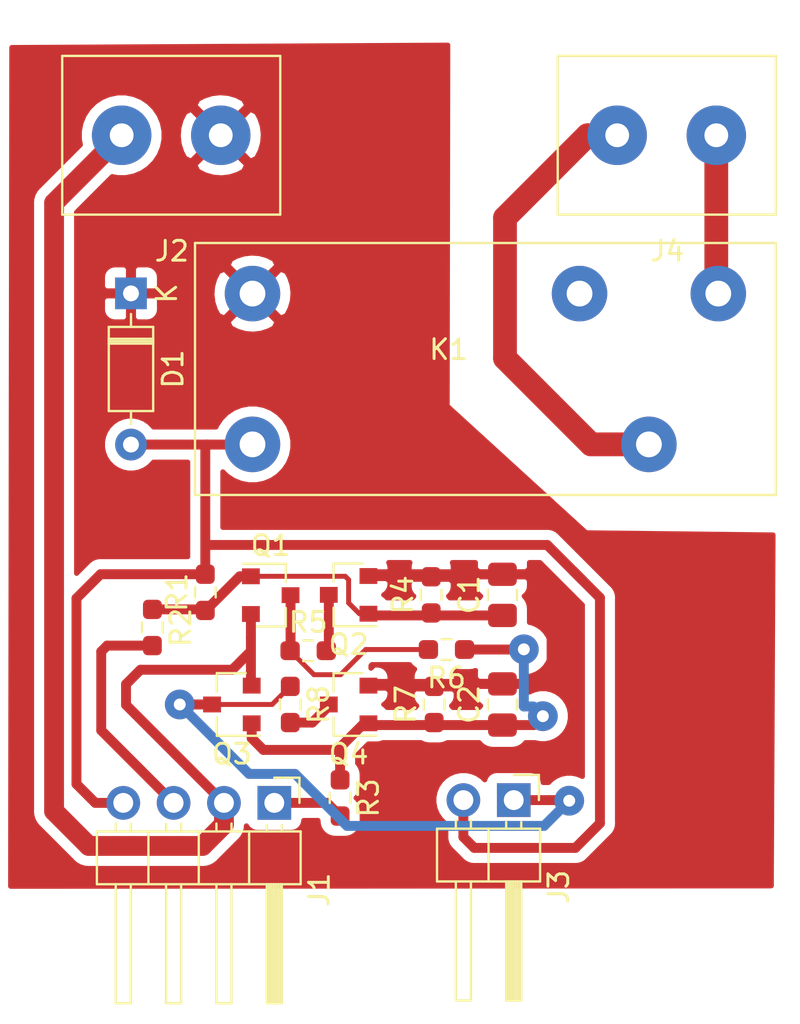
<source format=kicad_pcb>
(kicad_pcb (version 20171130) (host pcbnew "(5.1.10)-1")

  (general
    (thickness 1.6)
    (drawings 0)
    (tracks 118)
    (zones 0)
    (modules 20)
    (nets 15)
  )

  (page A4)
  (layers
    (0 F.Cu signal)
    (31 B.Cu signal hide)
    (32 B.Adhes user hide)
    (33 F.Adhes user hide)
    (34 B.Paste user hide)
    (35 F.Paste user hide)
    (36 B.SilkS user hide)
    (37 F.SilkS user hide)
    (38 B.Mask user hide)
    (39 F.Mask user)
    (40 Dwgs.User user hide)
    (41 Cmts.User user hide)
    (42 Eco1.User user hide)
    (43 Eco2.User user hide)
    (44 Edge.Cuts user hide)
    (45 Margin user hide)
    (46 B.CrtYd user hide)
    (47 F.CrtYd user hide)
    (48 B.Fab user hide)
    (49 F.Fab user)
  )

  (setup
    (last_trace_width 0.25)
    (user_trace_width 0.3)
    (user_trace_width 0.5)
    (user_trace_width 1)
    (user_trace_width 1.2)
    (trace_clearance 0.2)
    (zone_clearance 0.508)
    (zone_45_only no)
    (trace_min 0.2)
    (via_size 0.8)
    (via_drill 0.4)
    (via_min_size 0.4)
    (via_min_drill 0.3)
    (uvia_size 0.3)
    (uvia_drill 0.1)
    (uvias_allowed no)
    (uvia_min_size 0.2)
    (uvia_min_drill 0.1)
    (edge_width 0.05)
    (segment_width 0.2)
    (pcb_text_width 0.3)
    (pcb_text_size 1.5 1.5)
    (mod_edge_width 0.12)
    (mod_text_size 1 1)
    (mod_text_width 0.15)
    (pad_size 1.524 1.524)
    (pad_drill 0.762)
    (pad_to_mask_clearance 0)
    (aux_axis_origin 0 0)
    (visible_elements 7FFFFFFF)
    (pcbplotparams
      (layerselection 0x00000_7fffffff)
      (usegerberextensions false)
      (usegerberattributes true)
      (usegerberadvancedattributes true)
      (creategerberjobfile true)
      (excludeedgelayer true)
      (linewidth 0.100000)
      (plotframeref false)
      (viasonmask false)
      (mode 1)
      (useauxorigin false)
      (hpglpennumber 1)
      (hpglpenspeed 20)
      (hpglpendiameter 15.000000)
      (psnegative true)
      (psa4output false)
      (plotreference true)
      (plotvalue true)
      (plotinvisibletext false)
      (padsonsilk false)
      (subtractmaskfromsilk false)
      (outputformat 4)
      (mirror true)
      (drillshape 1)
      (scaleselection 1)
      (outputdirectory ""))
  )

  (net 0 "")
  (net 1 "Net-(C1-Pad1)")
  (net 2 "Net-(C2-Pad1)")
  (net 3 "Net-(D1-Pad2)")
  (net 4 "Net-(J1-Pad3)")
  (net 5 "Net-(J1-Pad1)")
  (net 6 "Net-(J4-Pad2)")
  (net 7 "Net-(J4-Pad1)")
  (net 8 "Net-(K1-Pad1)")
  (net 9 "Net-(Q1-Pad3)")
  (net 10 "Net-(Q2-Pad3)")
  (net 11 "Net-(Q4-Pad3)")
  (net 12 GND)
  (net 13 12V)
  (net 14 "Net-(J3-Pad1)")

  (net_class Default "This is the default net class."
    (clearance 0.2)
    (trace_width 0.25)
    (via_dia 0.8)
    (via_drill 0.4)
    (uvia_dia 0.3)
    (uvia_drill 0.1)
    (add_net 12V)
    (add_net GND)
    (add_net "Net-(C1-Pad1)")
    (add_net "Net-(C2-Pad1)")
    (add_net "Net-(D1-Pad2)")
    (add_net "Net-(J1-Pad1)")
    (add_net "Net-(J1-Pad3)")
    (add_net "Net-(J3-Pad1)")
    (add_net "Net-(J4-Pad1)")
    (add_net "Net-(J4-Pad2)")
    (add_net "Net-(K1-Pad1)")
    (add_net "Net-(Q1-Pad3)")
    (add_net "Net-(Q2-Pad3)")
    (add_net "Net-(Q4-Pad3)")
  )

  (module barrel:845HN-1C-C (layer F.Cu) (tedit 60FD0DD4) (tstamp 612E2910)
    (at 51.34 35.11 180)
    (path /612FAACA)
    (fp_text reference K1 (at -9.9 0.98) (layer F.SilkS)
      (effects (font (size 1 1) (thickness 0.15)))
    )
    (fp_text value DIPxx-1Cxx-51x (at -9.75 -1.51) (layer F.Fab)
      (effects (font (size 1 1) (thickness 0.15)))
    )
    (fp_line (start -26.4 6.35) (end 2.9 6.35) (layer F.SilkS) (width 0.12))
    (fp_line (start -26.4 -6.35) (end -26.4 6.35) (layer F.SilkS) (width 0.12))
    (fp_line (start 2.9 -6.35) (end -26.4 -6.35) (layer F.SilkS) (width 0.12))
    (fp_line (start 2.9 -6.35) (end 2.9 6.35) (layer F.SilkS) (width 0.12))
    (pad 14 thru_hole circle (at -23.5 3.8 180) (size 2.8 2.8) (drill 1.3) (layers *.Cu *.Mask)
      (net 7 "Net-(J4-Pad1)"))
    (pad 1 thru_hole circle (at -16.5 3.8 180) (size 2.8 2.8) (drill 1.3) (layers *.Cu *.Mask)
      (net 8 "Net-(K1-Pad1)"))
    (pad 7 thru_hole circle (at -20 -3.8 180) (size 2.8 2.8) (drill 1.3) (layers *.Cu *.Mask)
      (net 6 "Net-(J4-Pad2)"))
    (pad 2 thru_hole circle (at 0 3.8 180) (size 2.8 2.8) (drill 1.3) (layers *.Cu *.Mask)
      (net 12 GND))
    (pad 6 thru_hole circle (at 0 -3.8 180) (size 2.8 2.8) (drill 1.3) (layers *.Cu *.Mask)
      (net 3 "Net-(D1-Pad2)"))
  )

  (module Package_TO_SOT_SMD:SOT-23 (layer F.Cu) (tedit 5A02FF57) (tstamp 612E2925)
    (at 52.26 46.51)
    (descr "SOT-23, Standard")
    (tags SOT-23)
    (path /612DD743)
    (attr smd)
    (fp_text reference Q1 (at 0 -2.5) (layer F.SilkS)
      (effects (font (size 1 1) (thickness 0.15)))
    )
    (fp_text value Q_PMOS_GSD (at -5.05 -3.15) (layer F.Fab)
      (effects (font (size 1 1) (thickness 0.15)))
    )
    (fp_line (start 0.76 1.58) (end -0.7 1.58) (layer F.SilkS) (width 0.12))
    (fp_line (start 0.76 -1.58) (end -1.4 -1.58) (layer F.SilkS) (width 0.12))
    (fp_line (start -1.7 1.75) (end -1.7 -1.75) (layer F.CrtYd) (width 0.05))
    (fp_line (start 1.7 1.75) (end -1.7 1.75) (layer F.CrtYd) (width 0.05))
    (fp_line (start 1.7 -1.75) (end 1.7 1.75) (layer F.CrtYd) (width 0.05))
    (fp_line (start -1.7 -1.75) (end 1.7 -1.75) (layer F.CrtYd) (width 0.05))
    (fp_line (start 0.76 -1.58) (end 0.76 -0.65) (layer F.SilkS) (width 0.12))
    (fp_line (start 0.76 1.58) (end 0.76 0.65) (layer F.SilkS) (width 0.12))
    (fp_line (start -0.7 1.52) (end 0.7 1.52) (layer F.Fab) (width 0.1))
    (fp_line (start 0.7 -1.52) (end 0.7 1.52) (layer F.Fab) (width 0.1))
    (fp_line (start -0.7 -0.95) (end -0.15 -1.52) (layer F.Fab) (width 0.1))
    (fp_line (start -0.15 -1.52) (end 0.7 -1.52) (layer F.Fab) (width 0.1))
    (fp_line (start -0.7 -0.95) (end -0.7 1.5) (layer F.Fab) (width 0.1))
    (fp_text user %R (at 0 0 90) (layer F.Fab)
      (effects (font (size 0.5 0.5) (thickness 0.075)))
    )
    (pad 3 smd rect (at 1 0) (size 0.9 0.8) (layers F.Cu F.Paste F.Mask)
      (net 9 "Net-(Q1-Pad3)"))
    (pad 2 smd rect (at -1 0.95) (size 0.9 0.8) (layers F.Cu F.Paste F.Mask)
      (net 13 12V))
    (pad 1 smd rect (at -1 -0.95) (size 0.9 0.8) (layers F.Cu F.Paste F.Mask)
      (net 1 "Net-(C1-Pad1)"))
    (model ${KISYS3DMOD}/Package_TO_SOT_SMD.3dshapes/SOT-23.wrl
      (at (xyz 0 0 0))
      (scale (xyz 1 1 1))
      (rotate (xyz 0 0 0))
    )
  )

  (module Package_TO_SOT_SMD:SOT-23 (layer F.Cu) (tedit 5A02FF57) (tstamp 612E294F)
    (at 50.3 52.02 180)
    (descr "SOT-23, Standard")
    (tags SOT-23)
    (path /612DE6E8)
    (attr smd)
    (fp_text reference Q3 (at 0 -2.5) (layer F.SilkS)
      (effects (font (size 1 1) (thickness 0.15)))
    )
    (fp_text value Q_PMOS_GSD (at 6.74 -0.11) (layer F.Fab)
      (effects (font (size 1 1) (thickness 0.15)))
    )
    (fp_line (start 0.76 1.58) (end -0.7 1.58) (layer F.SilkS) (width 0.12))
    (fp_line (start 0.76 -1.58) (end -1.4 -1.58) (layer F.SilkS) (width 0.12))
    (fp_line (start -1.7 1.75) (end -1.7 -1.75) (layer F.CrtYd) (width 0.05))
    (fp_line (start 1.7 1.75) (end -1.7 1.75) (layer F.CrtYd) (width 0.05))
    (fp_line (start 1.7 -1.75) (end 1.7 1.75) (layer F.CrtYd) (width 0.05))
    (fp_line (start -1.7 -1.75) (end 1.7 -1.75) (layer F.CrtYd) (width 0.05))
    (fp_line (start 0.76 -1.58) (end 0.76 -0.65) (layer F.SilkS) (width 0.12))
    (fp_line (start 0.76 1.58) (end 0.76 0.65) (layer F.SilkS) (width 0.12))
    (fp_line (start -0.7 1.52) (end 0.7 1.52) (layer F.Fab) (width 0.1))
    (fp_line (start 0.7 -1.52) (end 0.7 1.52) (layer F.Fab) (width 0.1))
    (fp_line (start -0.7 -0.95) (end -0.15 -1.52) (layer F.Fab) (width 0.1))
    (fp_line (start -0.15 -1.52) (end 0.7 -1.52) (layer F.Fab) (width 0.1))
    (fp_line (start -0.7 -0.95) (end -0.7 1.5) (layer F.Fab) (width 0.1))
    (fp_text user %R (at 0 0 90) (layer F.Fab)
      (effects (font (size 0.5 0.5) (thickness 0.075)))
    )
    (pad 3 smd rect (at 1 0 180) (size 0.9 0.8) (layers F.Cu F.Paste F.Mask)
      (net 14 "Net-(J3-Pad1)"))
    (pad 2 smd rect (at -1 0.95 180) (size 0.9 0.8) (layers F.Cu F.Paste F.Mask)
      (net 13 12V))
    (pad 1 smd rect (at -1 -0.95 180) (size 0.9 0.8) (layers F.Cu F.Paste F.Mask)
      (net 2 "Net-(C2-Pad1)"))
    (model ${KISYS3DMOD}/Package_TO_SOT_SMD.3dshapes/SOT-23.wrl
      (at (xyz 0 0 0))
      (scale (xyz 1 1 1))
      (rotate (xyz 0 0 0))
    )
  )

  (module Capacitor_SMD:C_0805_2012Metric_Pad1.18x1.45mm_HandSolder (layer F.Cu) (tedit 5F68FEEF) (tstamp 612E2816)
    (at 63.95 46.495 90)
    (descr "Capacitor SMD 0805 (2012 Metric), square (rectangular) end terminal, IPC_7351 nominal with elongated pad for handsoldering. (Body size source: IPC-SM-782 page 76, https://www.pcb-3d.com/wordpress/wp-content/uploads/ipc-sm-782a_amendment_1_and_2.pdf, https://docs.google.com/spreadsheets/d/1BsfQQcO9C6DZCsRaXUlFlo91Tg2WpOkGARC1WS5S8t0/edit?usp=sharing), generated with kicad-footprint-generator")
    (tags "capacitor handsolder")
    (path /612F0ACF)
    (attr smd)
    (fp_text reference C1 (at 0 -1.68 90) (layer F.SilkS)
      (effects (font (size 1 1) (thickness 0.15)))
    )
    (fp_text value 10nF (at 0 1.68 90) (layer F.Fab)
      (effects (font (size 1 1) (thickness 0.15)))
    )
    (fp_line (start 1.88 0.98) (end -1.88 0.98) (layer F.CrtYd) (width 0.05))
    (fp_line (start 1.88 -0.98) (end 1.88 0.98) (layer F.CrtYd) (width 0.05))
    (fp_line (start -1.88 -0.98) (end 1.88 -0.98) (layer F.CrtYd) (width 0.05))
    (fp_line (start -1.88 0.98) (end -1.88 -0.98) (layer F.CrtYd) (width 0.05))
    (fp_line (start -0.261252 0.735) (end 0.261252 0.735) (layer F.SilkS) (width 0.12))
    (fp_line (start -0.261252 -0.735) (end 0.261252 -0.735) (layer F.SilkS) (width 0.12))
    (fp_line (start 1 0.625) (end -1 0.625) (layer F.Fab) (width 0.1))
    (fp_line (start 1 -0.625) (end 1 0.625) (layer F.Fab) (width 0.1))
    (fp_line (start -1 -0.625) (end 1 -0.625) (layer F.Fab) (width 0.1))
    (fp_line (start -1 0.625) (end -1 -0.625) (layer F.Fab) (width 0.1))
    (fp_text user %R (at 0 0 90) (layer F.Fab)
      (effects (font (size 0.5 0.5) (thickness 0.08)))
    )
    (pad 2 smd roundrect (at 1.0375 0 90) (size 1.175 1.45) (layers F.Cu F.Paste F.Mask) (roundrect_rratio 0.2127659574468085)
      (net 12 GND))
    (pad 1 smd roundrect (at -1.0375 0 90) (size 1.175 1.45) (layers F.Cu F.Paste F.Mask) (roundrect_rratio 0.2127659574468085)
      (net 1 "Net-(C1-Pad1)"))
    (model ${KISYS3DMOD}/Capacitor_SMD.3dshapes/C_0805_2012Metric.wrl
      (at (xyz 0 0 0))
      (scale (xyz 1 1 1))
      (rotate (xyz 0 0 0))
    )
  )

  (module Capacitor_SMD:C_0805_2012Metric_Pad1.18x1.45mm_HandSolder (layer F.Cu) (tedit 5F68FEEF) (tstamp 612E2827)
    (at 63.95 52.02 90)
    (descr "Capacitor SMD 0805 (2012 Metric), square (rectangular) end terminal, IPC_7351 nominal with elongated pad for handsoldering. (Body size source: IPC-SM-782 page 76, https://www.pcb-3d.com/wordpress/wp-content/uploads/ipc-sm-782a_amendment_1_and_2.pdf, https://docs.google.com/spreadsheets/d/1BsfQQcO9C6DZCsRaXUlFlo91Tg2WpOkGARC1WS5S8t0/edit?usp=sharing), generated with kicad-footprint-generator")
    (tags "capacitor handsolder")
    (path /612F0344)
    (attr smd)
    (fp_text reference C2 (at 0 -1.68 90) (layer F.SilkS)
      (effects (font (size 1 1) (thickness 0.15)))
    )
    (fp_text value 10nF (at 0 1.68 90) (layer F.Fab)
      (effects (font (size 1 1) (thickness 0.15)))
    )
    (fp_line (start 1.88 0.98) (end -1.88 0.98) (layer F.CrtYd) (width 0.05))
    (fp_line (start 1.88 -0.98) (end 1.88 0.98) (layer F.CrtYd) (width 0.05))
    (fp_line (start -1.88 -0.98) (end 1.88 -0.98) (layer F.CrtYd) (width 0.05))
    (fp_line (start -1.88 0.98) (end -1.88 -0.98) (layer F.CrtYd) (width 0.05))
    (fp_line (start -0.261252 0.735) (end 0.261252 0.735) (layer F.SilkS) (width 0.12))
    (fp_line (start -0.261252 -0.735) (end 0.261252 -0.735) (layer F.SilkS) (width 0.12))
    (fp_line (start 1 0.625) (end -1 0.625) (layer F.Fab) (width 0.1))
    (fp_line (start 1 -0.625) (end 1 0.625) (layer F.Fab) (width 0.1))
    (fp_line (start -1 -0.625) (end 1 -0.625) (layer F.Fab) (width 0.1))
    (fp_line (start -1 0.625) (end -1 -0.625) (layer F.Fab) (width 0.1))
    (fp_text user %R (at 0 0 90) (layer F.Fab)
      (effects (font (size 0.5 0.5) (thickness 0.08)))
    )
    (pad 2 smd roundrect (at 1.0375 0 90) (size 1.175 1.45) (layers F.Cu F.Paste F.Mask) (roundrect_rratio 0.2127659574468085)
      (net 12 GND))
    (pad 1 smd roundrect (at -1.0375 0 90) (size 1.175 1.45) (layers F.Cu F.Paste F.Mask) (roundrect_rratio 0.2127659574468085)
      (net 2 "Net-(C2-Pad1)"))
    (model ${KISYS3DMOD}/Capacitor_SMD.3dshapes/C_0805_2012Metric.wrl
      (at (xyz 0 0 0))
      (scale (xyz 1 1 1))
      (rotate (xyz 0 0 0))
    )
  )

  (module Package_TO_SOT_SMD:SOT-23 (layer F.Cu) (tedit 5A02FF57) (tstamp 612E293A)
    (at 56.19 46.495 180)
    (descr "SOT-23, Standard")
    (tags SOT-23)
    (path /612DB13C)
    (attr smd)
    (fp_text reference Q2 (at 0 -2.5) (layer F.SilkS)
      (effects (font (size 1 1) (thickness 0.15)))
    )
    (fp_text value Q_NMOS_GSD (at -1.62 3.085) (layer F.Fab)
      (effects (font (size 1 1) (thickness 0.15)))
    )
    (fp_line (start 0.76 1.58) (end -0.7 1.58) (layer F.SilkS) (width 0.12))
    (fp_line (start 0.76 -1.58) (end -1.4 -1.58) (layer F.SilkS) (width 0.12))
    (fp_line (start -1.7 1.75) (end -1.7 -1.75) (layer F.CrtYd) (width 0.05))
    (fp_line (start 1.7 1.75) (end -1.7 1.75) (layer F.CrtYd) (width 0.05))
    (fp_line (start 1.7 -1.75) (end 1.7 1.75) (layer F.CrtYd) (width 0.05))
    (fp_line (start -1.7 -1.75) (end 1.7 -1.75) (layer F.CrtYd) (width 0.05))
    (fp_line (start 0.76 -1.58) (end 0.76 -0.65) (layer F.SilkS) (width 0.12))
    (fp_line (start 0.76 1.58) (end 0.76 0.65) (layer F.SilkS) (width 0.12))
    (fp_line (start -0.7 1.52) (end 0.7 1.52) (layer F.Fab) (width 0.1))
    (fp_line (start 0.7 -1.52) (end 0.7 1.52) (layer F.Fab) (width 0.1))
    (fp_line (start -0.7 -0.95) (end -0.15 -1.52) (layer F.Fab) (width 0.1))
    (fp_line (start -0.15 -1.52) (end 0.7 -1.52) (layer F.Fab) (width 0.1))
    (fp_line (start -0.7 -0.95) (end -0.7 1.5) (layer F.Fab) (width 0.1))
    (fp_text user %R (at 0 0 90) (layer F.Fab)
      (effects (font (size 0.5 0.5) (thickness 0.075)))
    )
    (pad 3 smd rect (at 1 0 180) (size 0.9 0.8) (layers F.Cu F.Paste F.Mask)
      (net 10 "Net-(Q2-Pad3)"))
    (pad 2 smd rect (at -1 0.95 180) (size 0.9 0.8) (layers F.Cu F.Paste F.Mask)
      (net 12 GND))
    (pad 1 smd rect (at -1 -0.95 180) (size 0.9 0.8) (layers F.Cu F.Paste F.Mask)
      (net 1 "Net-(C1-Pad1)"))
    (model ${KISYS3DMOD}/Package_TO_SOT_SMD.3dshapes/SOT-23.wrl
      (at (xyz 0 0 0))
      (scale (xyz 1 1 1))
      (rotate (xyz 0 0 0))
    )
  )

  (module Resistor_SMD:R_0603_1608Metric_Pad0.98x0.95mm_HandSolder (layer F.Cu) (tedit 5F68FEEE) (tstamp 612E29A8)
    (at 60.355 46.495 90)
    (descr "Resistor SMD 0603 (1608 Metric), square (rectangular) end terminal, IPC_7351 nominal with elongated pad for handsoldering. (Body size source: IPC-SM-782 page 72, https://www.pcb-3d.com/wordpress/wp-content/uploads/ipc-sm-782a_amendment_1_and_2.pdf), generated with kicad-footprint-generator")
    (tags "resistor handsolder")
    (path /612ED554)
    (attr smd)
    (fp_text reference R4 (at 0 -1.43 90) (layer F.SilkS)
      (effects (font (size 1 1) (thickness 0.15)))
    )
    (fp_text value 680k (at -0.045 1.685 90) (layer F.Fab)
      (effects (font (size 1 1) (thickness 0.15)))
    )
    (fp_line (start 1.65 0.73) (end -1.65 0.73) (layer F.CrtYd) (width 0.05))
    (fp_line (start 1.65 -0.73) (end 1.65 0.73) (layer F.CrtYd) (width 0.05))
    (fp_line (start -1.65 -0.73) (end 1.65 -0.73) (layer F.CrtYd) (width 0.05))
    (fp_line (start -1.65 0.73) (end -1.65 -0.73) (layer F.CrtYd) (width 0.05))
    (fp_line (start -0.254724 0.5225) (end 0.254724 0.5225) (layer F.SilkS) (width 0.12))
    (fp_line (start -0.254724 -0.5225) (end 0.254724 -0.5225) (layer F.SilkS) (width 0.12))
    (fp_line (start 0.8 0.4125) (end -0.8 0.4125) (layer F.Fab) (width 0.1))
    (fp_line (start 0.8 -0.4125) (end 0.8 0.4125) (layer F.Fab) (width 0.1))
    (fp_line (start -0.8 -0.4125) (end 0.8 -0.4125) (layer F.Fab) (width 0.1))
    (fp_line (start -0.8 0.4125) (end -0.8 -0.4125) (layer F.Fab) (width 0.1))
    (fp_text user %R (at 0 0 90) (layer F.Fab)
      (effects (font (size 0.4 0.4) (thickness 0.06)))
    )
    (pad 2 smd roundrect (at 0.9125 0 90) (size 0.975 0.95) (layers F.Cu F.Paste F.Mask) (roundrect_rratio 0.25)
      (net 12 GND))
    (pad 1 smd roundrect (at -0.9125 0 90) (size 0.975 0.95) (layers F.Cu F.Paste F.Mask) (roundrect_rratio 0.25)
      (net 1 "Net-(C1-Pad1)"))
    (model ${KISYS3DMOD}/Resistor_SMD.3dshapes/R_0603_1608Metric.wrl
      (at (xyz 0 0 0))
      (scale (xyz 1 1 1))
      (rotate (xyz 0 0 0))
    )
  )

  (module Resistor_SMD:R_0603_1608Metric_Pad0.98x0.95mm_HandSolder (layer F.Cu) (tedit 5F68FEEE) (tstamp 612E29B9)
    (at 54.15 49.31)
    (descr "Resistor SMD 0603 (1608 Metric), square (rectangular) end terminal, IPC_7351 nominal with elongated pad for handsoldering. (Body size source: IPC-SM-782 page 72, https://www.pcb-3d.com/wordpress/wp-content/uploads/ipc-sm-782a_amendment_1_and_2.pdf), generated with kicad-footprint-generator")
    (tags "resistor handsolder")
    (path /612EAAEA)
    (attr smd)
    (fp_text reference R5 (at 0 -1.43) (layer F.SilkS)
      (effects (font (size 1 1) (thickness 0.15)))
    )
    (fp_text value 10k (at -2.91 -0.05) (layer F.Fab)
      (effects (font (size 1 1) (thickness 0.15)))
    )
    (fp_line (start 1.65 0.73) (end -1.65 0.73) (layer F.CrtYd) (width 0.05))
    (fp_line (start 1.65 -0.73) (end 1.65 0.73) (layer F.CrtYd) (width 0.05))
    (fp_line (start -1.65 -0.73) (end 1.65 -0.73) (layer F.CrtYd) (width 0.05))
    (fp_line (start -1.65 0.73) (end -1.65 -0.73) (layer F.CrtYd) (width 0.05))
    (fp_line (start -0.254724 0.5225) (end 0.254724 0.5225) (layer F.SilkS) (width 0.12))
    (fp_line (start -0.254724 -0.5225) (end 0.254724 -0.5225) (layer F.SilkS) (width 0.12))
    (fp_line (start 0.8 0.4125) (end -0.8 0.4125) (layer F.Fab) (width 0.1))
    (fp_line (start 0.8 -0.4125) (end 0.8 0.4125) (layer F.Fab) (width 0.1))
    (fp_line (start -0.8 -0.4125) (end 0.8 -0.4125) (layer F.Fab) (width 0.1))
    (fp_line (start -0.8 0.4125) (end -0.8 -0.4125) (layer F.Fab) (width 0.1))
    (fp_text user %R (at 0 0) (layer F.Fab)
      (effects (font (size 0.4 0.4) (thickness 0.06)))
    )
    (pad 2 smd roundrect (at 0.9125 0) (size 0.975 0.95) (layers F.Cu F.Paste F.Mask) (roundrect_rratio 0.25)
      (net 10 "Net-(Q2-Pad3)"))
    (pad 1 smd roundrect (at -0.9125 0) (size 0.975 0.95) (layers F.Cu F.Paste F.Mask) (roundrect_rratio 0.25)
      (net 9 "Net-(Q1-Pad3)"))
    (model ${KISYS3DMOD}/Resistor_SMD.3dshapes/R_0603_1608Metric.wrl
      (at (xyz 0 0 0))
      (scale (xyz 1 1 1))
      (rotate (xyz 0 0 0))
    )
  )

  (module Resistor_SMD:R_0603_1608Metric_Pad0.98x0.95mm_HandSolder (layer F.Cu) (tedit 5F68FEEE) (tstamp 612E29DB)
    (at 60.505 52.02 90)
    (descr "Resistor SMD 0603 (1608 Metric), square (rectangular) end terminal, IPC_7351 nominal with elongated pad for handsoldering. (Body size source: IPC-SM-782 page 72, https://www.pcb-3d.com/wordpress/wp-content/uploads/ipc-sm-782a_amendment_1_and_2.pdf), generated with kicad-footprint-generator")
    (tags "resistor handsolder")
    (path /612EBAC6)
    (attr smd)
    (fp_text reference R7 (at 0 -1.43 90) (layer F.SilkS)
      (effects (font (size 1 1) (thickness 0.15)))
    )
    (fp_text value 680k (at 0 1.43 90) (layer F.Fab)
      (effects (font (size 1 1) (thickness 0.15)))
    )
    (fp_line (start 1.65 0.73) (end -1.65 0.73) (layer F.CrtYd) (width 0.05))
    (fp_line (start 1.65 -0.73) (end 1.65 0.73) (layer F.CrtYd) (width 0.05))
    (fp_line (start -1.65 -0.73) (end 1.65 -0.73) (layer F.CrtYd) (width 0.05))
    (fp_line (start -1.65 0.73) (end -1.65 -0.73) (layer F.CrtYd) (width 0.05))
    (fp_line (start -0.254724 0.5225) (end 0.254724 0.5225) (layer F.SilkS) (width 0.12))
    (fp_line (start -0.254724 -0.5225) (end 0.254724 -0.5225) (layer F.SilkS) (width 0.12))
    (fp_line (start 0.8 0.4125) (end -0.8 0.4125) (layer F.Fab) (width 0.1))
    (fp_line (start 0.8 -0.4125) (end 0.8 0.4125) (layer F.Fab) (width 0.1))
    (fp_line (start -0.8 -0.4125) (end 0.8 -0.4125) (layer F.Fab) (width 0.1))
    (fp_line (start -0.8 0.4125) (end -0.8 -0.4125) (layer F.Fab) (width 0.1))
    (fp_text user %R (at 0 0 90) (layer F.Fab)
      (effects (font (size 0.4 0.4) (thickness 0.06)))
    )
    (pad 2 smd roundrect (at 0.9125 0 90) (size 0.975 0.95) (layers F.Cu F.Paste F.Mask) (roundrect_rratio 0.25)
      (net 12 GND))
    (pad 1 smd roundrect (at -0.9125 0 90) (size 0.975 0.95) (layers F.Cu F.Paste F.Mask) (roundrect_rratio 0.25)
      (net 2 "Net-(C2-Pad1)"))
    (model ${KISYS3DMOD}/Resistor_SMD.3dshapes/R_0603_1608Metric.wrl
      (at (xyz 0 0 0))
      (scale (xyz 1 1 1))
      (rotate (xyz 0 0 0))
    )
  )

  (module Resistor_SMD:R_0603_1608Metric_Pad0.98x0.95mm_HandSolder (layer F.Cu) (tedit 5F68FEEE) (tstamp 612E29EC)
    (at 53.245 52.02 270)
    (descr "Resistor SMD 0603 (1608 Metric), square (rectangular) end terminal, IPC_7351 nominal with elongated pad for handsoldering. (Body size source: IPC-SM-782 page 72, https://www.pcb-3d.com/wordpress/wp-content/uploads/ipc-sm-782a_amendment_1_and_2.pdf), generated with kicad-footprint-generator")
    (tags "resistor handsolder")
    (path /612EB5AB)
    (attr smd)
    (fp_text reference R8 (at 0 -1.43 90) (layer F.SilkS)
      (effects (font (size 1 1) (thickness 0.15)))
    )
    (fp_text value 10k (at 2.57 0.035) (layer F.Fab)
      (effects (font (size 1 1) (thickness 0.15)))
    )
    (fp_line (start 1.65 0.73) (end -1.65 0.73) (layer F.CrtYd) (width 0.05))
    (fp_line (start 1.65 -0.73) (end 1.65 0.73) (layer F.CrtYd) (width 0.05))
    (fp_line (start -1.65 -0.73) (end 1.65 -0.73) (layer F.CrtYd) (width 0.05))
    (fp_line (start -1.65 0.73) (end -1.65 -0.73) (layer F.CrtYd) (width 0.05))
    (fp_line (start -0.254724 0.5225) (end 0.254724 0.5225) (layer F.SilkS) (width 0.12))
    (fp_line (start -0.254724 -0.5225) (end 0.254724 -0.5225) (layer F.SilkS) (width 0.12))
    (fp_line (start 0.8 0.4125) (end -0.8 0.4125) (layer F.Fab) (width 0.1))
    (fp_line (start 0.8 -0.4125) (end 0.8 0.4125) (layer F.Fab) (width 0.1))
    (fp_line (start -0.8 -0.4125) (end 0.8 -0.4125) (layer F.Fab) (width 0.1))
    (fp_line (start -0.8 0.4125) (end -0.8 -0.4125) (layer F.Fab) (width 0.1))
    (fp_text user %R (at 0 0 90) (layer F.Fab)
      (effects (font (size 0.4 0.4) (thickness 0.06)))
    )
    (pad 2 smd roundrect (at 0.9125 0 270) (size 0.975 0.95) (layers F.Cu F.Paste F.Mask) (roundrect_rratio 0.25)
      (net 11 "Net-(Q4-Pad3)"))
    (pad 1 smd roundrect (at -0.9125 0 270) (size 0.975 0.95) (layers F.Cu F.Paste F.Mask) (roundrect_rratio 0.25)
      (net 14 "Net-(J3-Pad1)"))
    (model ${KISYS3DMOD}/Resistor_SMD.3dshapes/R_0603_1608Metric.wrl
      (at (xyz 0 0 0))
      (scale (xyz 1 1 1))
      (rotate (xyz 0 0 0))
    )
  )

  (module Package_TO_SOT_SMD:SOT-23 (layer F.Cu) (tedit 5A02FF57) (tstamp 612E2964)
    (at 56.19 52.02 180)
    (descr "SOT-23, Standard")
    (tags SOT-23)
    (path /612DC74C)
    (attr smd)
    (fp_text reference Q4 (at 0 -2.5) (layer F.SilkS)
      (effects (font (size 1 1) (thickness 0.15)))
    )
    (fp_text value Q_NMOS_GSD (at -2.23 -2.69 90) (layer F.Fab)
      (effects (font (size 1 1) (thickness 0.15)))
    )
    (fp_line (start 0.76 1.58) (end -0.7 1.58) (layer F.SilkS) (width 0.12))
    (fp_line (start 0.76 -1.58) (end -1.4 -1.58) (layer F.SilkS) (width 0.12))
    (fp_line (start -1.7 1.75) (end -1.7 -1.75) (layer F.CrtYd) (width 0.05))
    (fp_line (start 1.7 1.75) (end -1.7 1.75) (layer F.CrtYd) (width 0.05))
    (fp_line (start 1.7 -1.75) (end 1.7 1.75) (layer F.CrtYd) (width 0.05))
    (fp_line (start -1.7 -1.75) (end 1.7 -1.75) (layer F.CrtYd) (width 0.05))
    (fp_line (start 0.76 -1.58) (end 0.76 -0.65) (layer F.SilkS) (width 0.12))
    (fp_line (start 0.76 1.58) (end 0.76 0.65) (layer F.SilkS) (width 0.12))
    (fp_line (start -0.7 1.52) (end 0.7 1.52) (layer F.Fab) (width 0.1))
    (fp_line (start 0.7 -1.52) (end 0.7 1.52) (layer F.Fab) (width 0.1))
    (fp_line (start -0.7 -0.95) (end -0.15 -1.52) (layer F.Fab) (width 0.1))
    (fp_line (start -0.15 -1.52) (end 0.7 -1.52) (layer F.Fab) (width 0.1))
    (fp_line (start -0.7 -0.95) (end -0.7 1.5) (layer F.Fab) (width 0.1))
    (fp_text user %R (at 0 0 90) (layer F.Fab)
      (effects (font (size 0.5 0.5) (thickness 0.075)))
    )
    (pad 3 smd rect (at 1 0 180) (size 0.9 0.8) (layers F.Cu F.Paste F.Mask)
      (net 11 "Net-(Q4-Pad3)"))
    (pad 2 smd rect (at -1 0.95 180) (size 0.9 0.8) (layers F.Cu F.Paste F.Mask)
      (net 12 GND))
    (pad 1 smd rect (at -1 -0.95 180) (size 0.9 0.8) (layers F.Cu F.Paste F.Mask)
      (net 2 "Net-(C2-Pad1)"))
    (model ${KISYS3DMOD}/Package_TO_SOT_SMD.3dshapes/SOT-23.wrl
      (at (xyz 0 0 0))
      (scale (xyz 1 1 1))
      (rotate (xyz 0 0 0))
    )
  )

  (module Resistor_SMD:R_0603_1608Metric_Pad0.98x0.95mm_HandSolder (layer F.Cu) (tedit 5F68FEEE) (tstamp 612E2986)
    (at 46.29 48.14 270)
    (descr "Resistor SMD 0603 (1608 Metric), square (rectangular) end terminal, IPC_7351 nominal with elongated pad for handsoldering. (Body size source: IPC-SM-782 page 72, https://www.pcb-3d.com/wordpress/wp-content/uploads/ipc-sm-782a_amendment_1_and_2.pdf), generated with kicad-footprint-generator")
    (tags "resistor handsolder")
    (path /612F15F6)
    (attr smd)
    (fp_text reference R2 (at 0 -1.43 90) (layer F.SilkS)
      (effects (font (size 1 1) (thickness 0.15)))
    )
    (fp_text value 10k (at 0 1.43 90) (layer F.Fab)
      (effects (font (size 1 1) (thickness 0.15)))
    )
    (fp_line (start 1.65 0.73) (end -1.65 0.73) (layer F.CrtYd) (width 0.05))
    (fp_line (start 1.65 -0.73) (end 1.65 0.73) (layer F.CrtYd) (width 0.05))
    (fp_line (start -1.65 -0.73) (end 1.65 -0.73) (layer F.CrtYd) (width 0.05))
    (fp_line (start -1.65 0.73) (end -1.65 -0.73) (layer F.CrtYd) (width 0.05))
    (fp_line (start -0.254724 0.5225) (end 0.254724 0.5225) (layer F.SilkS) (width 0.12))
    (fp_line (start -0.254724 -0.5225) (end 0.254724 -0.5225) (layer F.SilkS) (width 0.12))
    (fp_line (start 0.8 0.4125) (end -0.8 0.4125) (layer F.Fab) (width 0.1))
    (fp_line (start 0.8 -0.4125) (end 0.8 0.4125) (layer F.Fab) (width 0.1))
    (fp_line (start -0.8 -0.4125) (end 0.8 -0.4125) (layer F.Fab) (width 0.1))
    (fp_line (start -0.8 0.4125) (end -0.8 -0.4125) (layer F.Fab) (width 0.1))
    (fp_text user %R (at 0 0 90) (layer F.Fab)
      (effects (font (size 0.4 0.4) (thickness 0.06)))
    )
    (pad 2 smd roundrect (at 0.9125 0 270) (size 0.975 0.95) (layers F.Cu F.Paste F.Mask) (roundrect_rratio 0.25)
      (net 4 "Net-(J1-Pad3)"))
    (pad 1 smd roundrect (at -0.9125 0 270) (size 0.975 0.95) (layers F.Cu F.Paste F.Mask) (roundrect_rratio 0.25)
      (net 1 "Net-(C1-Pad1)"))
    (model ${KISYS3DMOD}/Resistor_SMD.3dshapes/R_0603_1608Metric.wrl
      (at (xyz 0 0 0))
      (scale (xyz 1 1 1))
      (rotate (xyz 0 0 0))
    )
  )

  (module Resistor_SMD:R_0603_1608Metric_Pad0.98x0.95mm_HandSolder (layer F.Cu) (tedit 5F68FEEE) (tstamp 612E2997)
    (at 55.76 56.73 270)
    (descr "Resistor SMD 0603 (1608 Metric), square (rectangular) end terminal, IPC_7351 nominal with elongated pad for handsoldering. (Body size source: IPC-SM-782 page 72, https://www.pcb-3d.com/wordpress/wp-content/uploads/ipc-sm-782a_amendment_1_and_2.pdf), generated with kicad-footprint-generator")
    (tags "resistor handsolder")
    (path /612F1FB1)
    (attr smd)
    (fp_text reference R3 (at 0 -1.43 90) (layer F.SilkS)
      (effects (font (size 1 1) (thickness 0.15)))
    )
    (fp_text value 10k (at 0 1.43 90) (layer F.Fab)
      (effects (font (size 1 1) (thickness 0.15)))
    )
    (fp_line (start 1.65 0.73) (end -1.65 0.73) (layer F.CrtYd) (width 0.05))
    (fp_line (start 1.65 -0.73) (end 1.65 0.73) (layer F.CrtYd) (width 0.05))
    (fp_line (start -1.65 -0.73) (end 1.65 -0.73) (layer F.CrtYd) (width 0.05))
    (fp_line (start -1.65 0.73) (end -1.65 -0.73) (layer F.CrtYd) (width 0.05))
    (fp_line (start -0.254724 0.5225) (end 0.254724 0.5225) (layer F.SilkS) (width 0.12))
    (fp_line (start -0.254724 -0.5225) (end 0.254724 -0.5225) (layer F.SilkS) (width 0.12))
    (fp_line (start 0.8 0.4125) (end -0.8 0.4125) (layer F.Fab) (width 0.1))
    (fp_line (start 0.8 -0.4125) (end 0.8 0.4125) (layer F.Fab) (width 0.1))
    (fp_line (start -0.8 -0.4125) (end 0.8 -0.4125) (layer F.Fab) (width 0.1))
    (fp_line (start -0.8 0.4125) (end -0.8 -0.4125) (layer F.Fab) (width 0.1))
    (fp_text user %R (at 0 0 90) (layer F.Fab)
      (effects (font (size 0.4 0.4) (thickness 0.06)))
    )
    (pad 2 smd roundrect (at 0.9125 0 270) (size 0.975 0.95) (layers F.Cu F.Paste F.Mask) (roundrect_rratio 0.25)
      (net 5 "Net-(J1-Pad1)"))
    (pad 1 smd roundrect (at -0.9125 0 270) (size 0.975 0.95) (layers F.Cu F.Paste F.Mask) (roundrect_rratio 0.25)
      (net 2 "Net-(C2-Pad1)"))
    (model ${KISYS3DMOD}/Resistor_SMD.3dshapes/R_0603_1608Metric.wrl
      (at (xyz 0 0 0))
      (scale (xyz 1 1 1))
      (rotate (xyz 0 0 0))
    )
  )

  (module Resistor_SMD:R_0603_1608Metric_Pad0.98x0.95mm_HandSolder (layer F.Cu) (tedit 5F68FEEE) (tstamp 612E29CA)
    (at 61.1275 49.25 180)
    (descr "Resistor SMD 0603 (1608 Metric), square (rectangular) end terminal, IPC_7351 nominal with elongated pad for handsoldering. (Body size source: IPC-SM-782 page 72, https://www.pcb-3d.com/wordpress/wp-content/uploads/ipc-sm-782a_amendment_1_and_2.pdf), generated with kicad-footprint-generator")
    (tags "resistor handsolder")
    (path /612F349B)
    (attr smd)
    (fp_text reference R6 (at 0 -1.43) (layer F.SilkS)
      (effects (font (size 1 1) (thickness 0.15)))
    )
    (fp_text value 100k (at 3.2875 -0.01) (layer F.Fab)
      (effects (font (size 1 1) (thickness 0.15)))
    )
    (fp_line (start 1.65 0.73) (end -1.65 0.73) (layer F.CrtYd) (width 0.05))
    (fp_line (start 1.65 -0.73) (end 1.65 0.73) (layer F.CrtYd) (width 0.05))
    (fp_line (start -1.65 -0.73) (end 1.65 -0.73) (layer F.CrtYd) (width 0.05))
    (fp_line (start -1.65 0.73) (end -1.65 -0.73) (layer F.CrtYd) (width 0.05))
    (fp_line (start -0.254724 0.5225) (end 0.254724 0.5225) (layer F.SilkS) (width 0.12))
    (fp_line (start -0.254724 -0.5225) (end 0.254724 -0.5225) (layer F.SilkS) (width 0.12))
    (fp_line (start 0.8 0.4125) (end -0.8 0.4125) (layer F.Fab) (width 0.1))
    (fp_line (start 0.8 -0.4125) (end 0.8 0.4125) (layer F.Fab) (width 0.1))
    (fp_line (start -0.8 -0.4125) (end 0.8 -0.4125) (layer F.Fab) (width 0.1))
    (fp_line (start -0.8 0.4125) (end -0.8 -0.4125) (layer F.Fab) (width 0.1))
    (fp_text user %R (at 0 0) (layer F.Fab)
      (effects (font (size 0.4 0.4) (thickness 0.06)))
    )
    (pad 2 smd roundrect (at 0.9125 0 180) (size 0.975 0.95) (layers F.Cu F.Paste F.Mask) (roundrect_rratio 0.25)
      (net 9 "Net-(Q1-Pad3)"))
    (pad 1 smd roundrect (at -0.9125 0 180) (size 0.975 0.95) (layers F.Cu F.Paste F.Mask) (roundrect_rratio 0.25)
      (net 2 "Net-(C2-Pad1)"))
    (model ${KISYS3DMOD}/Resistor_SMD.3dshapes/R_0603_1608Metric.wrl
      (at (xyz 0 0 0))
      (scale (xyz 1 1 1))
      (rotate (xyz 0 0 0))
    )
  )

  (module Resistor_SMD:R_0603_1608Metric_Pad0.98x0.95mm_HandSolder (layer F.Cu) (tedit 5F68FEEE) (tstamp 612E2975)
    (at 48.96 46.3675 90)
    (descr "Resistor SMD 0603 (1608 Metric), square (rectangular) end terminal, IPC_7351 nominal with elongated pad for handsoldering. (Body size source: IPC-SM-782 page 72, https://www.pcb-3d.com/wordpress/wp-content/uploads/ipc-sm-782a_amendment_1_and_2.pdf), generated with kicad-footprint-generator")
    (tags "resistor handsolder")
    (path /612F4802)
    (attr smd)
    (fp_text reference R1 (at 0 -1.43 90) (layer F.SilkS)
      (effects (font (size 1 1) (thickness 0.15)))
    )
    (fp_text value 100k (at -0.0325 -1.34 90) (layer F.Fab)
      (effects (font (size 1 1) (thickness 0.15)))
    )
    (fp_line (start 1.65 0.73) (end -1.65 0.73) (layer F.CrtYd) (width 0.05))
    (fp_line (start 1.65 -0.73) (end 1.65 0.73) (layer F.CrtYd) (width 0.05))
    (fp_line (start -1.65 -0.73) (end 1.65 -0.73) (layer F.CrtYd) (width 0.05))
    (fp_line (start -1.65 0.73) (end -1.65 -0.73) (layer F.CrtYd) (width 0.05))
    (fp_line (start -0.254724 0.5225) (end 0.254724 0.5225) (layer F.SilkS) (width 0.12))
    (fp_line (start -0.254724 -0.5225) (end 0.254724 -0.5225) (layer F.SilkS) (width 0.12))
    (fp_line (start 0.8 0.4125) (end -0.8 0.4125) (layer F.Fab) (width 0.1))
    (fp_line (start 0.8 -0.4125) (end 0.8 0.4125) (layer F.Fab) (width 0.1))
    (fp_line (start -0.8 -0.4125) (end 0.8 -0.4125) (layer F.Fab) (width 0.1))
    (fp_line (start -0.8 0.4125) (end -0.8 -0.4125) (layer F.Fab) (width 0.1))
    (fp_text user %R (at 0 0 90) (layer F.Fab)
      (effects (font (size 0.4 0.4) (thickness 0.06)))
    )
    (pad 2 smd roundrect (at 0.9125 0 90) (size 0.975 0.95) (layers F.Cu F.Paste F.Mask) (roundrect_rratio 0.25)
      (net 3 "Net-(D1-Pad2)"))
    (pad 1 smd roundrect (at -0.9125 0 90) (size 0.975 0.95) (layers F.Cu F.Paste F.Mask) (roundrect_rratio 0.25)
      (net 1 "Net-(C1-Pad1)"))
    (model ${KISYS3DMOD}/Resistor_SMD.3dshapes/R_0603_1608Metric.wrl
      (at (xyz 0 0 0))
      (scale (xyz 1 1 1))
      (rotate (xyz 0 0 0))
    )
  )

  (module barrel:connector_housing_5.0mm_1.2mm (layer F.Cu) (tedit 612DC666) (tstamp 612E38F5)
    (at 72.24 23.33 180)
    (path /613308DA)
    (fp_text reference J4 (at -0.03 -5.84) (layer F.SilkS)
      (effects (font (size 1 1) (thickness 0.15)))
    )
    (fp_text value Conn_01x02_Male (at 0.03 5.97) (layer F.Fab)
      (effects (font (size 1 1) (thickness 0.15)))
    )
    (fp_line (start 5.5 4) (end 5.5 -4) (layer F.SilkS) (width 0.12))
    (fp_line (start -5.5 -4) (end -5.5 4) (layer F.SilkS) (width 0.12))
    (fp_line (start -5.5 4) (end 5.5 4) (layer F.SilkS) (width 0.12))
    (fp_line (start -5.5 -4) (end 5.5 -4) (layer F.SilkS) (width 0.12))
    (pad 2 thru_hole circle (at 2.5 0 180) (size 3 3) (drill 1.2) (layers *.Cu *.Mask)
      (net 6 "Net-(J4-Pad2)"))
    (pad 1 thru_hole circle (at -2.5 0 180) (size 3 3) (drill 1.2) (layers *.Cu *.Mask)
      (net 7 "Net-(J4-Pad1)"))
  )

  (module barrel:connector_housing_5.0mm_1.2mm (layer F.Cu) (tedit 612DC666) (tstamp 612E3887)
    (at 47.24 23.33 180)
    (path /612E4844)
    (fp_text reference J2 (at -0.03 -5.84) (layer F.SilkS)
      (effects (font (size 1 1) (thickness 0.15)))
    )
    (fp_text value Conn_01x02_Male (at 0.03 5.97) (layer F.Fab)
      (effects (font (size 1 1) (thickness 0.15)))
    )
    (fp_line (start 5.5 4) (end 5.5 -4) (layer F.SilkS) (width 0.12))
    (fp_line (start -5.5 -4) (end -5.5 4) (layer F.SilkS) (width 0.12))
    (fp_line (start -5.5 4) (end 5.5 4) (layer F.SilkS) (width 0.12))
    (fp_line (start -5.5 -4) (end 5.5 -4) (layer F.SilkS) (width 0.12))
    (pad 2 thru_hole circle (at 2.5 0 180) (size 3 3) (drill 1.2) (layers *.Cu *.Mask)
      (net 13 12V))
    (pad 1 thru_hole circle (at -2.5 0 180) (size 3 3) (drill 1.2) (layers *.Cu *.Mask)
      (net 12 GND))
  )

  (module Connector_PinHeader_2.54mm:PinHeader_1x02_P2.54mm_Horizontal (layer F.Cu) (tedit 59FED5CB) (tstamp 612E28D0)
    (at 64.52 56.84 270)
    (descr "Through hole angled pin header, 1x02, 2.54mm pitch, 6mm pin length, single row")
    (tags "Through hole angled pin header THT 1x02 2.54mm single row")
    (path /613097D3)
    (fp_text reference J3 (at 4.385 -2.27 90) (layer F.SilkS)
      (effects (font (size 1 1) (thickness 0.15)))
    )
    (fp_text value Conn_01x02_Male (at 4.385 4.81 90) (layer F.Fab)
      (effects (font (size 1 1) (thickness 0.15)))
    )
    (fp_line (start 10.55 -1.8) (end -1.8 -1.8) (layer F.CrtYd) (width 0.05))
    (fp_line (start 10.55 4.35) (end 10.55 -1.8) (layer F.CrtYd) (width 0.05))
    (fp_line (start -1.8 4.35) (end 10.55 4.35) (layer F.CrtYd) (width 0.05))
    (fp_line (start -1.8 -1.8) (end -1.8 4.35) (layer F.CrtYd) (width 0.05))
    (fp_line (start -1.27 -1.27) (end 0 -1.27) (layer F.SilkS) (width 0.12))
    (fp_line (start -1.27 0) (end -1.27 -1.27) (layer F.SilkS) (width 0.12))
    (fp_line (start 1.042929 2.92) (end 1.44 2.92) (layer F.SilkS) (width 0.12))
    (fp_line (start 1.042929 2.16) (end 1.44 2.16) (layer F.SilkS) (width 0.12))
    (fp_line (start 10.1 2.92) (end 4.1 2.92) (layer F.SilkS) (width 0.12))
    (fp_line (start 10.1 2.16) (end 10.1 2.92) (layer F.SilkS) (width 0.12))
    (fp_line (start 4.1 2.16) (end 10.1 2.16) (layer F.SilkS) (width 0.12))
    (fp_line (start 1.44 1.27) (end 4.1 1.27) (layer F.SilkS) (width 0.12))
    (fp_line (start 1.11 0.38) (end 1.44 0.38) (layer F.SilkS) (width 0.12))
    (fp_line (start 1.11 -0.38) (end 1.44 -0.38) (layer F.SilkS) (width 0.12))
    (fp_line (start 4.1 0.28) (end 10.1 0.28) (layer F.SilkS) (width 0.12))
    (fp_line (start 4.1 0.16) (end 10.1 0.16) (layer F.SilkS) (width 0.12))
    (fp_line (start 4.1 0.04) (end 10.1 0.04) (layer F.SilkS) (width 0.12))
    (fp_line (start 4.1 -0.08) (end 10.1 -0.08) (layer F.SilkS) (width 0.12))
    (fp_line (start 4.1 -0.2) (end 10.1 -0.2) (layer F.SilkS) (width 0.12))
    (fp_line (start 4.1 -0.32) (end 10.1 -0.32) (layer F.SilkS) (width 0.12))
    (fp_line (start 10.1 0.38) (end 4.1 0.38) (layer F.SilkS) (width 0.12))
    (fp_line (start 10.1 -0.38) (end 10.1 0.38) (layer F.SilkS) (width 0.12))
    (fp_line (start 4.1 -0.38) (end 10.1 -0.38) (layer F.SilkS) (width 0.12))
    (fp_line (start 4.1 -1.33) (end 1.44 -1.33) (layer F.SilkS) (width 0.12))
    (fp_line (start 4.1 3.87) (end 4.1 -1.33) (layer F.SilkS) (width 0.12))
    (fp_line (start 1.44 3.87) (end 4.1 3.87) (layer F.SilkS) (width 0.12))
    (fp_line (start 1.44 -1.33) (end 1.44 3.87) (layer F.SilkS) (width 0.12))
    (fp_line (start 4.04 2.86) (end 10.04 2.86) (layer F.Fab) (width 0.1))
    (fp_line (start 10.04 2.22) (end 10.04 2.86) (layer F.Fab) (width 0.1))
    (fp_line (start 4.04 2.22) (end 10.04 2.22) (layer F.Fab) (width 0.1))
    (fp_line (start -0.32 2.86) (end 1.5 2.86) (layer F.Fab) (width 0.1))
    (fp_line (start -0.32 2.22) (end -0.32 2.86) (layer F.Fab) (width 0.1))
    (fp_line (start -0.32 2.22) (end 1.5 2.22) (layer F.Fab) (width 0.1))
    (fp_line (start 4.04 0.32) (end 10.04 0.32) (layer F.Fab) (width 0.1))
    (fp_line (start 10.04 -0.32) (end 10.04 0.32) (layer F.Fab) (width 0.1))
    (fp_line (start 4.04 -0.32) (end 10.04 -0.32) (layer F.Fab) (width 0.1))
    (fp_line (start -0.32 0.32) (end 1.5 0.32) (layer F.Fab) (width 0.1))
    (fp_line (start -0.32 -0.32) (end -0.32 0.32) (layer F.Fab) (width 0.1))
    (fp_line (start -0.32 -0.32) (end 1.5 -0.32) (layer F.Fab) (width 0.1))
    (fp_line (start 1.5 -0.635) (end 2.135 -1.27) (layer F.Fab) (width 0.1))
    (fp_line (start 1.5 3.81) (end 1.5 -0.635) (layer F.Fab) (width 0.1))
    (fp_line (start 4.04 3.81) (end 1.5 3.81) (layer F.Fab) (width 0.1))
    (fp_line (start 4.04 -1.27) (end 4.04 3.81) (layer F.Fab) (width 0.1))
    (fp_line (start 2.135 -1.27) (end 4.04 -1.27) (layer F.Fab) (width 0.1))
    (fp_text user %R (at 2.77 1.27) (layer F.Fab)
      (effects (font (size 1 1) (thickness 0.15)))
    )
    (pad 2 thru_hole oval (at 0 2.54 270) (size 1.7 1.7) (drill 1) (layers *.Cu *.Mask)
      (net 3 "Net-(D1-Pad2)"))
    (pad 1 thru_hole rect (at 0 0 270) (size 1.7 1.7) (drill 1) (layers *.Cu *.Mask)
      (net 14 "Net-(J3-Pad1)"))
    (model ${KISYS3DMOD}/Connector_PinHeader_2.54mm.3dshapes/PinHeader_1x02_P2.54mm_Horizontal.wrl
      (at (xyz 0 0 0))
      (scale (xyz 1 1 1))
      (rotate (xyz 0 0 0))
    )
  )

  (module Connector_PinHeader_2.54mm:PinHeader_1x04_P2.54mm_Horizontal (layer F.Cu) (tedit 59FED5CB) (tstamp 612E2893)
    (at 52.44 56.98 270)
    (descr "Through hole angled pin header, 1x04, 2.54mm pitch, 6mm pin length, single row")
    (tags "Through hole angled pin header THT 1x04 2.54mm single row")
    (path /612EEC1D)
    (fp_text reference J1 (at 4.385 -2.27 90) (layer F.SilkS)
      (effects (font (size 1 1) (thickness 0.15)))
    )
    (fp_text value Conn_01x04_Male (at 4.385 9.89 90) (layer F.Fab)
      (effects (font (size 1 1) (thickness 0.15)))
    )
    (fp_line (start 10.55 -1.8) (end -1.8 -1.8) (layer F.CrtYd) (width 0.05))
    (fp_line (start 10.55 9.4) (end 10.55 -1.8) (layer F.CrtYd) (width 0.05))
    (fp_line (start -1.8 9.4) (end 10.55 9.4) (layer F.CrtYd) (width 0.05))
    (fp_line (start -1.8 -1.8) (end -1.8 9.4) (layer F.CrtYd) (width 0.05))
    (fp_line (start -1.27 -1.27) (end 0 -1.27) (layer F.SilkS) (width 0.12))
    (fp_line (start -1.27 0) (end -1.27 -1.27) (layer F.SilkS) (width 0.12))
    (fp_line (start 1.042929 8) (end 1.44 8) (layer F.SilkS) (width 0.12))
    (fp_line (start 1.042929 7.24) (end 1.44 7.24) (layer F.SilkS) (width 0.12))
    (fp_line (start 10.1 8) (end 4.1 8) (layer F.SilkS) (width 0.12))
    (fp_line (start 10.1 7.24) (end 10.1 8) (layer F.SilkS) (width 0.12))
    (fp_line (start 4.1 7.24) (end 10.1 7.24) (layer F.SilkS) (width 0.12))
    (fp_line (start 1.44 6.35) (end 4.1 6.35) (layer F.SilkS) (width 0.12))
    (fp_line (start 1.042929 5.46) (end 1.44 5.46) (layer F.SilkS) (width 0.12))
    (fp_line (start 1.042929 4.7) (end 1.44 4.7) (layer F.SilkS) (width 0.12))
    (fp_line (start 10.1 5.46) (end 4.1 5.46) (layer F.SilkS) (width 0.12))
    (fp_line (start 10.1 4.7) (end 10.1 5.46) (layer F.SilkS) (width 0.12))
    (fp_line (start 4.1 4.7) (end 10.1 4.7) (layer F.SilkS) (width 0.12))
    (fp_line (start 1.44 3.81) (end 4.1 3.81) (layer F.SilkS) (width 0.12))
    (fp_line (start 1.042929 2.92) (end 1.44 2.92) (layer F.SilkS) (width 0.12))
    (fp_line (start 1.042929 2.16) (end 1.44 2.16) (layer F.SilkS) (width 0.12))
    (fp_line (start 10.1 2.92) (end 4.1 2.92) (layer F.SilkS) (width 0.12))
    (fp_line (start 10.1 2.16) (end 10.1 2.92) (layer F.SilkS) (width 0.12))
    (fp_line (start 4.1 2.16) (end 10.1 2.16) (layer F.SilkS) (width 0.12))
    (fp_line (start 1.44 1.27) (end 4.1 1.27) (layer F.SilkS) (width 0.12))
    (fp_line (start 1.11 0.38) (end 1.44 0.38) (layer F.SilkS) (width 0.12))
    (fp_line (start 1.11 -0.38) (end 1.44 -0.38) (layer F.SilkS) (width 0.12))
    (fp_line (start 4.1 0.28) (end 10.1 0.28) (layer F.SilkS) (width 0.12))
    (fp_line (start 4.1 0.16) (end 10.1 0.16) (layer F.SilkS) (width 0.12))
    (fp_line (start 4.1 0.04) (end 10.1 0.04) (layer F.SilkS) (width 0.12))
    (fp_line (start 4.1 -0.08) (end 10.1 -0.08) (layer F.SilkS) (width 0.12))
    (fp_line (start 4.1 -0.2) (end 10.1 -0.2) (layer F.SilkS) (width 0.12))
    (fp_line (start 4.1 -0.32) (end 10.1 -0.32) (layer F.SilkS) (width 0.12))
    (fp_line (start 10.1 0.38) (end 4.1 0.38) (layer F.SilkS) (width 0.12))
    (fp_line (start 10.1 -0.38) (end 10.1 0.38) (layer F.SilkS) (width 0.12))
    (fp_line (start 4.1 -0.38) (end 10.1 -0.38) (layer F.SilkS) (width 0.12))
    (fp_line (start 4.1 -1.33) (end 1.44 -1.33) (layer F.SilkS) (width 0.12))
    (fp_line (start 4.1 8.95) (end 4.1 -1.33) (layer F.SilkS) (width 0.12))
    (fp_line (start 1.44 8.95) (end 4.1 8.95) (layer F.SilkS) (width 0.12))
    (fp_line (start 1.44 -1.33) (end 1.44 8.95) (layer F.SilkS) (width 0.12))
    (fp_line (start 4.04 7.94) (end 10.04 7.94) (layer F.Fab) (width 0.1))
    (fp_line (start 10.04 7.3) (end 10.04 7.94) (layer F.Fab) (width 0.1))
    (fp_line (start 4.04 7.3) (end 10.04 7.3) (layer F.Fab) (width 0.1))
    (fp_line (start -0.32 7.94) (end 1.5 7.94) (layer F.Fab) (width 0.1))
    (fp_line (start -0.32 7.3) (end -0.32 7.94) (layer F.Fab) (width 0.1))
    (fp_line (start -0.32 7.3) (end 1.5 7.3) (layer F.Fab) (width 0.1))
    (fp_line (start 4.04 5.4) (end 10.04 5.4) (layer F.Fab) (width 0.1))
    (fp_line (start 10.04 4.76) (end 10.04 5.4) (layer F.Fab) (width 0.1))
    (fp_line (start 4.04 4.76) (end 10.04 4.76) (layer F.Fab) (width 0.1))
    (fp_line (start -0.32 5.4) (end 1.5 5.4) (layer F.Fab) (width 0.1))
    (fp_line (start -0.32 4.76) (end -0.32 5.4) (layer F.Fab) (width 0.1))
    (fp_line (start -0.32 4.76) (end 1.5 4.76) (layer F.Fab) (width 0.1))
    (fp_line (start 4.04 2.86) (end 10.04 2.86) (layer F.Fab) (width 0.1))
    (fp_line (start 10.04 2.22) (end 10.04 2.86) (layer F.Fab) (width 0.1))
    (fp_line (start 4.04 2.22) (end 10.04 2.22) (layer F.Fab) (width 0.1))
    (fp_line (start -0.32 2.86) (end 1.5 2.86) (layer F.Fab) (width 0.1))
    (fp_line (start -0.32 2.22) (end -0.32 2.86) (layer F.Fab) (width 0.1))
    (fp_line (start -0.32 2.22) (end 1.5 2.22) (layer F.Fab) (width 0.1))
    (fp_line (start 4.04 0.32) (end 10.04 0.32) (layer F.Fab) (width 0.1))
    (fp_line (start 10.04 -0.32) (end 10.04 0.32) (layer F.Fab) (width 0.1))
    (fp_line (start 4.04 -0.32) (end 10.04 -0.32) (layer F.Fab) (width 0.1))
    (fp_line (start -0.32 0.32) (end 1.5 0.32) (layer F.Fab) (width 0.1))
    (fp_line (start -0.32 -0.32) (end -0.32 0.32) (layer F.Fab) (width 0.1))
    (fp_line (start -0.32 -0.32) (end 1.5 -0.32) (layer F.Fab) (width 0.1))
    (fp_line (start 1.5 -0.635) (end 2.135 -1.27) (layer F.Fab) (width 0.1))
    (fp_line (start 1.5 8.89) (end 1.5 -0.635) (layer F.Fab) (width 0.1))
    (fp_line (start 4.04 8.89) (end 1.5 8.89) (layer F.Fab) (width 0.1))
    (fp_line (start 4.04 -1.27) (end 4.04 8.89) (layer F.Fab) (width 0.1))
    (fp_line (start 2.135 -1.27) (end 4.04 -1.27) (layer F.Fab) (width 0.1))
    (fp_text user %R (at 2.77 3.81) (layer F.Fab)
      (effects (font (size 1 1) (thickness 0.15)))
    )
    (pad 4 thru_hole oval (at 0 7.62 270) (size 1.7 1.7) (drill 1) (layers *.Cu *.Mask)
      (net 3 "Net-(D1-Pad2)"))
    (pad 3 thru_hole oval (at 0 5.08 270) (size 1.7 1.7) (drill 1) (layers *.Cu *.Mask)
      (net 4 "Net-(J1-Pad3)"))
    (pad 2 thru_hole oval (at 0 2.54 270) (size 1.7 1.7) (drill 1) (layers *.Cu *.Mask)
      (net 13 12V))
    (pad 1 thru_hole rect (at 0 0 270) (size 1.7 1.7) (drill 1) (layers *.Cu *.Mask)
      (net 5 "Net-(J1-Pad1)"))
    (model ${KISYS3DMOD}/Connector_PinHeader_2.54mm.3dshapes/PinHeader_1x04_P2.54mm_Horizontal.wrl
      (at (xyz 0 0 0))
      (scale (xyz 1 1 1))
      (rotate (xyz 0 0 0))
    )
  )

  (module Diode_THT:D_DO-35_SOD27_P7.62mm_Horizontal (layer F.Cu) (tedit 5AE50CD5) (tstamp 612E2846)
    (at 45.21 31.3 270)
    (descr "Diode, DO-35_SOD27 series, Axial, Horizontal, pin pitch=7.62mm, , length*diameter=4*2mm^2, , http://www.diodes.com/_files/packages/DO-35.pdf")
    (tags "Diode DO-35_SOD27 series Axial Horizontal pin pitch 7.62mm  length 4mm diameter 2mm")
    (path /612F54B5)
    (fp_text reference D1 (at 3.81 -2.12 90) (layer F.SilkS)
      (effects (font (size 1 1) (thickness 0.15)))
    )
    (fp_text value DIODE (at 3.81 2.12 90) (layer F.Fab)
      (effects (font (size 1 1) (thickness 0.15)))
    )
    (fp_line (start 8.67 -1.25) (end -1.05 -1.25) (layer F.CrtYd) (width 0.05))
    (fp_line (start 8.67 1.25) (end 8.67 -1.25) (layer F.CrtYd) (width 0.05))
    (fp_line (start -1.05 1.25) (end 8.67 1.25) (layer F.CrtYd) (width 0.05))
    (fp_line (start -1.05 -1.25) (end -1.05 1.25) (layer F.CrtYd) (width 0.05))
    (fp_line (start 2.29 -1.12) (end 2.29 1.12) (layer F.SilkS) (width 0.12))
    (fp_line (start 2.53 -1.12) (end 2.53 1.12) (layer F.SilkS) (width 0.12))
    (fp_line (start 2.41 -1.12) (end 2.41 1.12) (layer F.SilkS) (width 0.12))
    (fp_line (start 6.58 0) (end 5.93 0) (layer F.SilkS) (width 0.12))
    (fp_line (start 1.04 0) (end 1.69 0) (layer F.SilkS) (width 0.12))
    (fp_line (start 5.93 -1.12) (end 1.69 -1.12) (layer F.SilkS) (width 0.12))
    (fp_line (start 5.93 1.12) (end 5.93 -1.12) (layer F.SilkS) (width 0.12))
    (fp_line (start 1.69 1.12) (end 5.93 1.12) (layer F.SilkS) (width 0.12))
    (fp_line (start 1.69 -1.12) (end 1.69 1.12) (layer F.SilkS) (width 0.12))
    (fp_line (start 2.31 -1) (end 2.31 1) (layer F.Fab) (width 0.1))
    (fp_line (start 2.51 -1) (end 2.51 1) (layer F.Fab) (width 0.1))
    (fp_line (start 2.41 -1) (end 2.41 1) (layer F.Fab) (width 0.1))
    (fp_line (start 7.62 0) (end 5.81 0) (layer F.Fab) (width 0.1))
    (fp_line (start 0 0) (end 1.81 0) (layer F.Fab) (width 0.1))
    (fp_line (start 5.81 -1) (end 1.81 -1) (layer F.Fab) (width 0.1))
    (fp_line (start 5.81 1) (end 5.81 -1) (layer F.Fab) (width 0.1))
    (fp_line (start 1.81 1) (end 5.81 1) (layer F.Fab) (width 0.1))
    (fp_line (start 1.81 -1) (end 1.81 1) (layer F.Fab) (width 0.1))
    (fp_text user K (at 0 -1.8 90) (layer F.SilkS)
      (effects (font (size 1 1) (thickness 0.15)))
    )
    (fp_text user K (at 0 -1.8 90) (layer F.Fab)
      (effects (font (size 1 1) (thickness 0.15)))
    )
    (fp_text user %R (at 4.11 0 90) (layer F.Fab)
      (effects (font (size 0.8 0.8) (thickness 0.12)))
    )
    (pad 2 thru_hole oval (at 7.62 0 270) (size 1.6 1.6) (drill 0.8) (layers *.Cu *.Mask)
      (net 3 "Net-(D1-Pad2)"))
    (pad 1 thru_hole rect (at 0 0 270) (size 1.6 1.6) (drill 0.8) (layers *.Cu *.Mask)
      (net 12 GND))
    (model ${KISYS3DMOD}/Diode_THT.3dshapes/D_DO-35_SOD27_P7.62mm_Horizontal.wrl
      (at (xyz 0 0 0))
      (scale (xyz 1 1 1))
      (rotate (xyz 0 0 0))
    )
  )

  (segment (start 57.19 47.445) (end 56.735 47.445) (width 0.25) (layer F.Cu) (net 1))
  (segment (start 63.95 47.5325) (end 57.2775 47.5325) (width 0.5) (layer F.Cu) (net 1))
  (segment (start 57.2775 47.5325) (end 57.19 47.445) (width 0.5) (layer F.Cu) (net 1))
  (segment (start 56.735 47.445) (end 56.19 46.9) (width 0.25) (layer F.Cu) (net 1))
  (segment (start 56.02 45.56) (end 51.26 45.56) (width 0.25) (layer F.Cu) (net 1))
  (segment (start 56.19 46.9) (end 56.19 45.73) (width 0.25) (layer F.Cu) (net 1))
  (segment (start 56.19 45.73) (end 56.02 45.56) (width 0.25) (layer F.Cu) (net 1))
  (segment (start 48.9125 47.2325) (end 48.96 47.28) (width 0.5) (layer F.Cu) (net 1))
  (segment (start 48.96 47.28) (end 48.98 47.28) (width 0.5) (layer F.Cu) (net 1))
  (segment (start 50.7 45.56) (end 51.26 45.56) (width 0.5) (layer F.Cu) (net 1))
  (segment (start 48.98 47.28) (end 50.7 45.56) (width 0.5) (layer F.Cu) (net 1))
  (segment (start 48.9075 47.2275) (end 48.96 47.28) (width 0.5) (layer F.Cu) (net 1))
  (segment (start 46.29 47.2275) (end 48.9075 47.2275) (width 0.5) (layer F.Cu) (net 1))
  (via (at 65.03 49.24) (size 1.5) (drill 0.6) (layers F.Cu B.Cu) (net 2))
  (via (at 65.99 52.61) (size 1.5) (drill 0.6) (layers F.Cu B.Cu) (net 2) (tstamp 612EAAC6))
  (segment (start 55.63 54.31) (end 51.89 54.31) (width 0.5) (layer F.Cu) (net 2))
  (segment (start 51.89 54.31) (end 51.3 53.72) (width 0.5) (layer F.Cu) (net 2))
  (segment (start 51.3 53.72) (end 51.3 52.97) (width 0.5) (layer F.Cu) (net 2))
  (segment (start 56.97 52.97) (end 55.63 54.31) (width 0.5) (layer F.Cu) (net 2))
  (segment (start 63.95 53.0575) (end 57.2775 53.0575) (width 0.5) (layer F.Cu) (net 2))
  (segment (start 57.19 52.97) (end 56.97 52.97) (width 0.5) (layer F.Cu) (net 2))
  (segment (start 55.7025 55.76) (end 55.76 55.8175) (width 0.5) (layer F.Cu) (net 2))
  (segment (start 65.02 49.25) (end 65.03 49.24) (width 0.5) (layer F.Cu) (net 2))
  (segment (start 62.04 49.25) (end 65.02 49.25) (width 0.5) (layer F.Cu) (net 2))
  (segment (start 65.03 49.24) (end 65.03 52.12) (width 0.5) (layer B.Cu) (net 2))
  (segment (start 55.76 54.44) (end 55.63 54.31) (width 0.5) (layer F.Cu) (net 2))
  (segment (start 55.76 55.8175) (end 55.76 54.44) (width 0.5) (layer F.Cu) (net 2))
  (segment (start 65.5425 53.0575) (end 65.99 52.61) (width 0.5) (layer F.Cu) (net 2))
  (segment (start 63.95 53.0575) (end 65.5425 53.0575) (width 0.5) (layer F.Cu) (net 2))
  (segment (start 65.5 52.12) (end 65.99 52.61) (width 0.5) (layer B.Cu) (net 2))
  (segment (start 65.03 52.12) (end 65.5 52.12) (width 0.5) (layer B.Cu) (net 2))
  (segment (start 51.02 38.92) (end 51.03 38.91) (width 1) (layer F.Cu) (net 3))
  (segment (start 44.82 56.98) (end 43.41 56.98) (width 0.5) (layer F.Cu) (net 3))
  (segment (start 43.41 56.98) (end 42.46 56.03) (width 0.5) (layer F.Cu) (net 3))
  (segment (start 42.46 56.03) (end 42.46 46.67) (width 0.5) (layer F.Cu) (net 3))
  (segment (start 43.675 45.455) (end 48.96 45.455) (width 0.5) (layer F.Cu) (net 3))
  (segment (start 42.46 46.67) (end 43.675 45.455) (width 0.5) (layer F.Cu) (net 3))
  (segment (start 51.33 38.92) (end 51.34 38.91) (width 0.5) (layer F.Cu) (net 3))
  (segment (start 48.96 38.98) (end 49.02 38.92) (width 0.5) (layer F.Cu) (net 3))
  (segment (start 49.02 38.92) (end 51.33 38.92) (width 0.5) (layer F.Cu) (net 3))
  (segment (start 45.21 38.92) (end 49.02 38.92) (width 0.5) (layer F.Cu) (net 3))
  (segment (start 48.96 45.455) (end 48.96 43.98) (width 0.5) (layer F.Cu) (net 3))
  (segment (start 48.96 43.98) (end 48.96 38.98) (width 0.5) (layer F.Cu) (net 3))
  (segment (start 66.21 43.98) (end 48.96 43.98) (width 0.5) (layer F.Cu) (net 3))
  (segment (start 61.98 56.84) (end 61.98 58.7) (width 0.5) (layer F.Cu) (net 3))
  (segment (start 61.98 58.7) (end 62.53 59.25) (width 0.5) (layer F.Cu) (net 3))
  (segment (start 62.53 59.25) (end 67.63 59.25) (width 0.5) (layer F.Cu) (net 3))
  (segment (start 67.63 59.25) (end 68.87 58.01) (width 0.5) (layer F.Cu) (net 3))
  (segment (start 68.87 46.64) (end 67.525 45.295) (width 0.5) (layer F.Cu) (net 3))
  (segment (start 68.87 58.01) (end 68.87 46.64) (width 0.5) (layer F.Cu) (net 3))
  (segment (start 67.525 45.295) (end 66.21 43.98) (width 0.5) (layer F.Cu) (net 3))
  (segment (start 67.99 45.76) (end 67.525 45.295) (width 0.5) (layer F.Cu) (net 3))
  (segment (start 47.36 56.98) (end 43.71 53.33) (width 0.5) (layer F.Cu) (net 4))
  (segment (start 43.71 53.33) (end 43.71 49.35) (width 0.5) (layer F.Cu) (net 4))
  (segment (start 44.0075 49.0525) (end 46.29 49.0525) (width 0.5) (layer F.Cu) (net 4))
  (segment (start 43.71 49.35) (end 44.0075 49.0525) (width 0.5) (layer F.Cu) (net 4))
  (segment (start 55.0975 56.98) (end 55.76 57.6425) (width 0.5) (layer F.Cu) (net 5))
  (segment (start 52.44 56.98) (end 55.0975 56.98) (width 0.5) (layer F.Cu) (net 5))
  (segment (start 71 38.88) (end 71.03 38.91) (width 1) (layer F.Cu) (net 6))
  (segment (start 71.34 38.91) (end 68.42 38.91) (width 1.2) (layer F.Cu) (net 6))
  (segment (start 68.42 38.91) (end 64.08 34.57) (width 1.2) (layer F.Cu) (net 6))
  (segment (start 64.08 34.57) (end 64.08 27.49) (width 1.2) (layer F.Cu) (net 6))
  (segment (start 68.24 23.33) (end 69.74 23.33) (width 1.2) (layer F.Cu) (net 6))
  (segment (start 64.08 27.49) (end 68.24 23.33) (width 1.2) (layer F.Cu) (net 6))
  (segment (start 74.74 31.21) (end 74.84 31.31) (width 1.2) (layer F.Cu) (net 7))
  (segment (start 74.74 23.33) (end 74.74 31.21) (width 1.2) (layer F.Cu) (net 7))
  (segment (start 53.3275 46.4425) (end 53.26 46.51) (width 0.5) (layer F.Cu) (net 9))
  (segment (start 53.26 49.2875) (end 53.2375 49.31) (width 0.5) (layer F.Cu) (net 9))
  (segment (start 53.26 46.51) (end 53.26 49.2875) (width 0.5) (layer F.Cu) (net 9))
  (segment (start 53.2375 49.31) (end 53.2375 49.3175) (width 0.25) (layer F.Cu) (net 9))
  (segment (start 53.2375 49.3175) (end 54.44 50.52) (width 0.25) (layer F.Cu) (net 9))
  (segment (start 54.44 50.52) (end 55.78 50.52) (width 0.25) (layer F.Cu) (net 9))
  (segment (start 57.05 49.25) (end 60.215 49.25) (width 0.25) (layer F.Cu) (net 9))
  (segment (start 55.78 50.52) (end 57.05 49.25) (width 0.25) (layer F.Cu) (net 9))
  (segment (start 55.19 46.495) (end 55.19 49.1825) (width 0.5) (layer F.Cu) (net 10))
  (segment (start 55.19 49.1825) (end 55.0625 49.31) (width 0.5) (layer F.Cu) (net 10))
  (segment (start 55.1525 46.4575) (end 55.19 46.495) (width 0.5) (layer F.Cu) (net 10))
  (segment (start 55.19 52.02) (end 55.19 52.1) (width 0.5) (layer F.Cu) (net 11))
  (segment (start 55.19 52.1) (end 54.3575 52.9325) (width 0.5) (layer F.Cu) (net 11))
  (segment (start 54.3575 52.9325) (end 53.245 52.9325) (width 0.5) (layer F.Cu) (net 11))
  (segment (start 45.25 31.26) (end 45.21 31.3) (width 0.5) (layer F.Cu) (net 12))
  (segment (start 51 31.28) (end 51.03 31.31) (width 1) (layer F.Cu) (net 12))
  (segment (start 63.95 45.4575) (end 57.2775 45.4575) (width 0.5) (layer F.Cu) (net 12))
  (segment (start 65.9575 45.4575) (end 66.43 45.93) (width 0.5) (layer F.Cu) (net 12))
  (segment (start 66.43 50.48) (end 65.9275 50.9825) (width 0.5) (layer F.Cu) (net 12))
  (segment (start 63.95 50.9825) (end 57.2775 50.9825) (width 0.5) (layer F.Cu) (net 12))
  (segment (start 63.95 45.4575) (end 65.9575 45.4575) (width 0.5) (layer F.Cu) (net 12))
  (segment (start 65.9275 50.9825) (end 63.95 50.9825) (width 0.5) (layer F.Cu) (net 12))
  (segment (start 66.43 45.93) (end 66.43 50.48) (width 0.5) (layer F.Cu) (net 12))
  (segment (start 57.2775 45.4575) (end 57.19 45.545) (width 0.5) (layer F.Cu) (net 12))
  (segment (start 51.26 49.33) (end 51.26 51.03) (width 0.5) (layer F.Cu) (net 13))
  (segment (start 51.26 51.03) (end 51.3 51.07) (width 0.5) (layer F.Cu) (net 13))
  (segment (start 51.26 48.66) (end 51.26 49.33) (width 0.5) (layer F.Cu) (net 13))
  (segment (start 51.26 47.46) (end 51.26 48.66) (width 0.5) (layer F.Cu) (net 13))
  (segment (start 48.82 59.15) (end 49.9 58.07) (width 1) (layer F.Cu) (net 13))
  (segment (start 43.08 59.15) (end 48.82 59.15) (width 1) (layer F.Cu) (net 13))
  (segment (start 41.33 57.4) (end 43.08 59.15) (width 1) (layer F.Cu) (net 13))
  (segment (start 41.33 26.74) (end 41.33 57.4) (width 1) (layer F.Cu) (net 13))
  (segment (start 49.9 58.07) (end 49.9 56.98) (width 1) (layer F.Cu) (net 13))
  (segment (start 44.74 23.33) (end 41.33 26.74) (width 1) (layer F.Cu) (net 13))
  (segment (start 49.9 56.98) (end 44.96 52.04) (width 0.5) (layer F.Cu) (net 13))
  (segment (start 44.96 52.04) (end 44.96 51) (width 0.5) (layer F.Cu) (net 13))
  (segment (start 44.96 51) (end 45.69 50.27) (width 0.5) (layer F.Cu) (net 13))
  (segment (start 50.32 50.27) (end 51.26 49.33) (width 0.5) (layer F.Cu) (net 13))
  (segment (start 45.69 50.27) (end 50.32 50.27) (width 0.5) (layer F.Cu) (net 13))
  (segment (start 53.245 51.1075) (end 52.3325 52.02) (width 0.25) (layer F.Cu) (net 14))
  (segment (start 52.3325 52.02) (end 49.3 52.02) (width 0.25) (layer F.Cu) (net 14))
  (via (at 67.32 56.87) (size 1.5) (drill 0.6) (layers F.Cu B.Cu) (net 14) (tstamp 612EAB93))
  (segment (start 64.52 56.84) (end 64.52 56.63) (width 0.5) (layer F.Cu) (net 14))
  (segment (start 47.67 52.02) (end 49.3 52.02) (width 0.5) (layer F.Cu) (net 14))
  (via (at 47.67 52.02) (size 1.5) (drill 0.6) (layers F.Cu B.Cu) (net 14) (tstamp 612EAB28))
  (segment (start 66.049999 58.140001) (end 67.32 56.87) (width 0.5) (layer B.Cu) (net 14))
  (segment (start 56.110003 58.140001) (end 66.049999 58.140001) (width 0.5) (layer B.Cu) (net 14))
  (segment (start 53.490002 55.52) (end 56.110003 58.140001) (width 0.5) (layer B.Cu) (net 14))
  (segment (start 51.17 55.52) (end 53.490002 55.52) (width 0.5) (layer B.Cu) (net 14))
  (segment (start 47.67 52.02) (end 51.17 55.52) (width 0.5) (layer B.Cu) (net 14))
  (segment (start 67.29 56.84) (end 67.32 56.87) (width 0.5) (layer F.Cu) (net 14))
  (segment (start 64.52 56.84) (end 67.29 56.84) (width 0.5) (layer F.Cu) (net 14))

  (zone (net 12) (net_name GND) (layer F.Cu) (tstamp 612EB19A) (hatch edge 0.508)
    (connect_pads (clearance 0.508))
    (min_thickness 0.254)
    (fill yes (arc_segments 32) (thermal_gap 0.508) (thermal_bridge_width 0.508))
    (polygon
      (pts
        (xy 39.07 18.78) (xy 61.32 18.66) (xy 61.29 36.92) (xy 68.22 43.24) (xy 77.73 43.35)
        (xy 77.64 61.29) (xy 39.01 61.31)
      )
    )
    (filled_polygon
      (pts
        (xy 61.163 36.919791) (xy 61.1654 36.944572) (xy 61.172588 36.968408) (xy 61.184288 36.990384) (xy 61.204422 37.013837)
        (xy 68.134422 43.333837) (xy 68.154374 43.34873) (xy 68.176847 43.359444) (xy 68.200978 43.365567) (xy 68.218531 43.366992)
        (xy 77.602369 43.475533) (xy 77.513636 61.163065) (xy 39.13718 61.182934) (xy 39.18577 26.74) (xy 40.189509 26.74)
        (xy 40.195 26.795751) (xy 40.195001 57.344238) (xy 40.189509 57.4) (xy 40.211423 57.622498) (xy 40.276324 57.836446)
        (xy 40.306286 57.8925) (xy 40.381717 58.033623) (xy 40.523552 58.206449) (xy 40.56686 58.241991) (xy 42.238013 59.913146)
        (xy 42.273551 59.956449) (xy 42.316854 59.991987) (xy 42.316856 59.991989) (xy 42.446377 60.098284) (xy 42.643553 60.203676)
        (xy 42.857501 60.268577) (xy 43.08 60.290491) (xy 43.135752 60.285) (xy 48.764249 60.285) (xy 48.82 60.290491)
        (xy 48.875751 60.285) (xy 48.875752 60.285) (xy 49.042499 60.268577) (xy 49.256447 60.203676) (xy 49.453623 60.098284)
        (xy 49.626449 59.956449) (xy 49.661995 59.913136) (xy 50.663146 58.911987) (xy 50.706449 58.876449) (xy 50.805349 58.75594)
        (xy 50.848284 58.703623) (xy 50.953676 58.506447) (xy 51.018577 58.292499) (xy 51.033921 58.136709) (xy 51.059463 58.184494)
        (xy 51.138815 58.281185) (xy 51.235506 58.360537) (xy 51.34582 58.419502) (xy 51.465518 58.455812) (xy 51.59 58.468072)
        (xy 53.29 58.468072) (xy 53.414482 58.455812) (xy 53.53418 58.419502) (xy 53.644494 58.360537) (xy 53.741185 58.281185)
        (xy 53.820537 58.184494) (xy 53.879502 58.07418) (xy 53.915812 57.954482) (xy 53.924625 57.865) (xy 54.646928 57.865)
        (xy 54.646928 57.8925) (xy 54.663752 58.063316) (xy 54.713577 58.227567) (xy 54.794488 58.378942) (xy 54.903377 58.511623)
        (xy 55.036058 58.620512) (xy 55.187433 58.701423) (xy 55.351684 58.751248) (xy 55.5225 58.768072) (xy 55.9975 58.768072)
        (xy 56.168316 58.751248) (xy 56.332567 58.701423) (xy 56.483942 58.620512) (xy 56.616623 58.511623) (xy 56.725512 58.378942)
        (xy 56.806423 58.227567) (xy 56.856248 58.063316) (xy 56.873072 57.8925) (xy 56.873072 57.3925) (xy 56.856248 57.221684)
        (xy 56.806423 57.057433) (xy 56.725512 56.906058) (xy 56.616623 56.773377) (xy 56.563768 56.73) (xy 56.616623 56.686623)
        (xy 56.725512 56.553942) (xy 56.806423 56.402567) (xy 56.856248 56.238316) (xy 56.873072 56.0675) (xy 56.873072 55.5675)
        (xy 56.856248 55.396684) (xy 56.806423 55.232433) (xy 56.725512 55.081058) (xy 56.645 54.982954) (xy 56.645 54.546578)
        (xy 57.183507 54.008072) (xy 57.64 54.008072) (xy 57.764482 53.995812) (xy 57.88418 53.959502) (xy 57.915988 53.9425)
        (xy 59.840904 53.9425) (xy 59.932433 53.991423) (xy 60.096684 54.041248) (xy 60.2675 54.058072) (xy 60.7425 54.058072)
        (xy 60.913316 54.041248) (xy 61.077567 53.991423) (xy 61.169096 53.9425) (xy 62.781005 53.9425) (xy 62.847038 54.022962)
        (xy 62.981614 54.133405) (xy 63.13515 54.215472) (xy 63.301746 54.266008) (xy 63.475 54.283072) (xy 64.425 54.283072)
        (xy 64.598254 54.266008) (xy 64.76485 54.215472) (xy 64.918386 54.133405) (xy 65.052962 54.022962) (xy 65.118995 53.9425)
        (xy 65.499031 53.9425) (xy 65.5425 53.946781) (xy 65.585969 53.9425) (xy 65.585977 53.9425) (xy 65.588438 53.942258)
        (xy 65.853589 53.995) (xy 66.126411 53.995) (xy 66.393989 53.941775) (xy 66.646043 53.837371) (xy 66.872886 53.685799)
        (xy 67.065799 53.492886) (xy 67.217371 53.266043) (xy 67.321775 53.013989) (xy 67.375 52.746411) (xy 67.375 52.473589)
        (xy 67.321775 52.206011) (xy 67.217371 51.953957) (xy 67.065799 51.727114) (xy 66.872886 51.534201) (xy 66.646043 51.382629)
        (xy 66.393989 51.278225) (xy 66.126411 51.225) (xy 65.853589 51.225) (xy 65.586011 51.278225) (xy 65.333957 51.382629)
        (xy 65.311318 51.397756) (xy 65.31 51.26825) (xy 65.15125 51.1095) (xy 64.077 51.1095) (xy 64.077 51.1295)
        (xy 63.823 51.1295) (xy 63.823 51.1095) (xy 62.74875 51.1095) (xy 62.59 51.26825) (xy 62.586928 51.57)
        (xy 62.599188 51.694482) (xy 62.635498 51.81418) (xy 62.694463 51.924494) (xy 62.773815 52.021185) (xy 62.853594 52.086658)
        (xy 62.847038 52.092038) (xy 62.781005 52.1725) (xy 61.451178 52.1725) (xy 61.381188 52.087217) (xy 61.431185 52.046185)
        (xy 61.510537 51.949494) (xy 61.569502 51.83918) (xy 61.605812 51.719482) (xy 61.618072 51.595) (xy 61.615 51.39325)
        (xy 61.45625 51.2345) (xy 60.632 51.2345) (xy 60.632 51.2545) (xy 60.378 51.2545) (xy 60.378 51.2345)
        (xy 59.55375 51.2345) (xy 59.395 51.39325) (xy 59.391928 51.595) (xy 59.404188 51.719482) (xy 59.440498 51.83918)
        (xy 59.499463 51.949494) (xy 59.578815 52.046185) (xy 59.628812 52.087217) (xy 59.558822 52.1725) (xy 58.135243 52.1725)
        (xy 58.091185 52.118815) (xy 57.994494 52.039463) (xy 57.958082 52.02) (xy 57.994494 52.000537) (xy 58.091185 51.921185)
        (xy 58.170537 51.824494) (xy 58.229502 51.71418) (xy 58.265812 51.594482) (xy 58.278072 51.47) (xy 58.275 51.35575)
        (xy 58.11625 51.197) (xy 57.317 51.197) (xy 57.317 51.217) (xy 57.063 51.217) (xy 57.063 51.197)
        (xy 57.043 51.197) (xy 57.043 50.943) (xy 57.063 50.943) (xy 57.063 50.923) (xy 57.317 50.923)
        (xy 57.317 50.943) (xy 58.11625 50.943) (xy 58.275 50.78425) (xy 58.278072 50.67) (xy 58.265812 50.545518)
        (xy 58.229502 50.42582) (xy 58.170537 50.315506) (xy 58.091185 50.218815) (xy 57.994494 50.139463) (xy 57.88418 50.080498)
        (xy 57.764482 50.044188) (xy 57.64 50.031928) (xy 57.47575 50.035) (xy 57.317002 50.193748) (xy 57.317002 50.0578)
        (xy 57.364802 50.01) (xy 59.26658 50.01) (xy 59.345877 50.106623) (xy 59.478558 50.215512) (xy 59.521608 50.238522)
        (xy 59.499463 50.265506) (xy 59.440498 50.37582) (xy 59.404188 50.495518) (xy 59.391928 50.62) (xy 59.395 50.82175)
        (xy 59.55375 50.9805) (xy 60.378 50.9805) (xy 60.378 50.9605) (xy 60.632 50.9605) (xy 60.632 50.9805)
        (xy 61.45625 50.9805) (xy 61.615 50.82175) (xy 61.618072 50.62) (xy 61.605812 50.495518) (xy 61.569502 50.37582)
        (xy 61.541022 50.322538) (xy 61.619184 50.346248) (xy 61.79 50.363072) (xy 62.29 50.363072) (xy 62.460816 50.346248)
        (xy 62.595761 50.305313) (xy 62.586928 50.395) (xy 62.59 50.69675) (xy 62.74875 50.8555) (xy 63.823 50.8555)
        (xy 63.823 50.8355) (xy 64.077 50.8355) (xy 64.077 50.8555) (xy 65.15125 50.8555) (xy 65.31 50.69675)
        (xy 65.311023 50.596235) (xy 65.433989 50.571775) (xy 65.686043 50.467371) (xy 65.912886 50.315799) (xy 66.105799 50.122886)
        (xy 66.257371 49.896043) (xy 66.361775 49.643989) (xy 66.415 49.376411) (xy 66.415 49.103589) (xy 66.361775 48.836011)
        (xy 66.257371 48.583957) (xy 66.105799 48.357114) (xy 65.912886 48.164201) (xy 65.686043 48.012629) (xy 65.433989 47.908225)
        (xy 65.311703 47.883901) (xy 65.313072 47.87) (xy 65.313072 47.195) (xy 65.296008 47.021746) (xy 65.245472 46.85515)
        (xy 65.163405 46.701614) (xy 65.052962 46.567038) (xy 65.046406 46.561658) (xy 65.126185 46.496185) (xy 65.205537 46.399494)
        (xy 65.264502 46.28918) (xy 65.300812 46.169482) (xy 65.313072 46.045) (xy 65.31 45.74325) (xy 65.15125 45.5845)
        (xy 64.077 45.5845) (xy 64.077 45.6045) (xy 63.823 45.6045) (xy 63.823 45.5845) (xy 62.74875 45.5845)
        (xy 62.59 45.74325) (xy 62.586928 46.045) (xy 62.599188 46.169482) (xy 62.635498 46.28918) (xy 62.694463 46.399494)
        (xy 62.773815 46.496185) (xy 62.853594 46.561658) (xy 62.847038 46.567038) (xy 62.781005 46.6475) (xy 61.301178 46.6475)
        (xy 61.231188 46.562217) (xy 61.281185 46.521185) (xy 61.360537 46.424494) (xy 61.419502 46.31418) (xy 61.455812 46.194482)
        (xy 61.468072 46.07) (xy 61.465 45.86825) (xy 61.30625 45.7095) (xy 60.482 45.7095) (xy 60.482 45.7295)
        (xy 60.228 45.7295) (xy 60.228 45.7095) (xy 59.40375 45.7095) (xy 59.245 45.86825) (xy 59.241928 46.07)
        (xy 59.254188 46.194482) (xy 59.290498 46.31418) (xy 59.349463 46.424494) (xy 59.428815 46.521185) (xy 59.478812 46.562217)
        (xy 59.408822 46.6475) (xy 58.135243 46.6475) (xy 58.091185 46.593815) (xy 57.994494 46.514463) (xy 57.958082 46.495)
        (xy 57.994494 46.475537) (xy 58.091185 46.396185) (xy 58.170537 46.299494) (xy 58.229502 46.18918) (xy 58.265812 46.069482)
        (xy 58.278072 45.945) (xy 58.275 45.83075) (xy 58.11625 45.672) (xy 57.317 45.672) (xy 57.317 45.692)
        (xy 57.063 45.692) (xy 57.063 45.672) (xy 57.043 45.672) (xy 57.043 45.418) (xy 57.063 45.418)
        (xy 57.063 45.398) (xy 57.317 45.398) (xy 57.317 45.418) (xy 58.11625 45.418) (xy 58.275 45.25925)
        (xy 58.278072 45.145) (xy 58.265812 45.020518) (xy 58.229502 44.90082) (xy 58.210356 44.865) (xy 59.286197 44.865)
        (xy 59.254188 44.970518) (xy 59.241928 45.095) (xy 59.245 45.29675) (xy 59.40375 45.4555) (xy 60.228 45.4555)
        (xy 60.228 45.4355) (xy 60.482 45.4355) (xy 60.482 45.4555) (xy 61.30625 45.4555) (xy 61.465 45.29675)
        (xy 61.468072 45.095) (xy 61.455812 44.970518) (xy 61.423803 44.865) (xy 62.58742 44.865) (xy 62.586928 44.87)
        (xy 62.59 45.17175) (xy 62.74875 45.3305) (xy 63.823 45.3305) (xy 63.823 45.3105) (xy 64.077 45.3105)
        (xy 64.077 45.3305) (xy 65.15125 45.3305) (xy 65.31 45.17175) (xy 65.313072 44.87) (xy 65.31258 44.865)
        (xy 65.843422 44.865) (xy 66.929953 45.951532) (xy 66.929958 45.951536) (xy 67.985001 47.00658) (xy 67.985 55.648614)
        (xy 67.976043 55.642629) (xy 67.723989 55.538225) (xy 67.456411 55.485) (xy 67.183589 55.485) (xy 66.916011 55.538225)
        (xy 66.663957 55.642629) (xy 66.437114 55.794201) (xy 66.276315 55.955) (xy 66.004625 55.955) (xy 65.995812 55.865518)
        (xy 65.959502 55.74582) (xy 65.900537 55.635506) (xy 65.821185 55.538815) (xy 65.724494 55.459463) (xy 65.61418 55.400498)
        (xy 65.494482 55.364188) (xy 65.37 55.351928) (xy 63.67 55.351928) (xy 63.545518 55.364188) (xy 63.42582 55.400498)
        (xy 63.315506 55.459463) (xy 63.218815 55.538815) (xy 63.139463 55.635506) (xy 63.080498 55.74582) (xy 63.058487 55.81838)
        (xy 62.926632 55.686525) (xy 62.683411 55.52401) (xy 62.413158 55.412068) (xy 62.12626 55.355) (xy 61.83374 55.355)
        (xy 61.546842 55.412068) (xy 61.276589 55.52401) (xy 61.033368 55.686525) (xy 60.826525 55.893368) (xy 60.66401 56.136589)
        (xy 60.552068 56.406842) (xy 60.495 56.69374) (xy 60.495 56.98626) (xy 60.552068 57.273158) (xy 60.66401 57.543411)
        (xy 60.826525 57.786632) (xy 61.033368 57.993475) (xy 61.095001 58.034657) (xy 61.095001 58.656521) (xy 61.090719 58.7)
        (xy 61.107805 58.87349) (xy 61.158412 59.040313) (xy 61.24059 59.194059) (xy 61.323468 59.295046) (xy 61.323471 59.295049)
        (xy 61.351184 59.328817) (xy 61.384952 59.35653) (xy 61.873466 59.845044) (xy 61.901183 59.878817) (xy 62.035941 59.989411)
        (xy 62.189687 60.071589) (xy 62.35651 60.122195) (xy 62.486523 60.135) (xy 62.486533 60.135) (xy 62.529999 60.139281)
        (xy 62.573465 60.135) (xy 67.586531 60.135) (xy 67.63 60.139281) (xy 67.673469 60.135) (xy 67.673477 60.135)
        (xy 67.80349 60.122195) (xy 67.970313 60.071589) (xy 68.124059 59.989411) (xy 68.258817 59.878817) (xy 68.286534 59.845044)
        (xy 69.46505 58.666529) (xy 69.498817 58.638817) (xy 69.609411 58.504059) (xy 69.691589 58.350313) (xy 69.742195 58.18349)
        (xy 69.755 58.053477) (xy 69.755 58.053469) (xy 69.759281 58.01) (xy 69.755 57.966531) (xy 69.755 46.683465)
        (xy 69.759281 46.639999) (xy 69.755 46.596533) (xy 69.755 46.596523) (xy 69.742195 46.46651) (xy 69.691589 46.299687)
        (xy 69.609411 46.145941) (xy 69.571709 46.100001) (xy 69.526532 46.044953) (xy 69.52653 46.044951) (xy 69.498817 46.011183)
        (xy 69.465049 45.98347) (xy 68.181536 44.699958) (xy 68.181532 44.699953) (xy 66.866534 43.384956) (xy 66.838817 43.351183)
        (xy 66.704059 43.240589) (xy 66.550313 43.158411) (xy 66.38349 43.107805) (xy 66.253477 43.095) (xy 66.253469 43.095)
        (xy 66.21 43.090719) (xy 66.166531 43.095) (xy 49.845 43.095) (xy 49.845 40.292924) (xy 50.042763 40.490687)
        (xy 50.376066 40.713393) (xy 50.746413 40.866796) (xy 51.13957 40.945) (xy 51.54043 40.945) (xy 51.933587 40.866796)
        (xy 52.303934 40.713393) (xy 52.637237 40.490687) (xy 52.920687 40.207237) (xy 53.143393 39.873934) (xy 53.296796 39.503587)
        (xy 53.375 39.11043) (xy 53.375 38.70957) (xy 53.296796 38.316413) (xy 53.143393 37.946066) (xy 52.920687 37.612763)
        (xy 52.637237 37.329313) (xy 52.303934 37.106607) (xy 51.933587 36.953204) (xy 51.54043 36.875) (xy 51.13957 36.875)
        (xy 50.746413 36.953204) (xy 50.376066 37.106607) (xy 50.042763 37.329313) (xy 49.759313 37.612763) (xy 49.536607 37.946066)
        (xy 49.499769 38.035) (xy 49.063469 38.035) (xy 49.02 38.030719) (xy 48.976531 38.035) (xy 46.344521 38.035)
        (xy 46.324637 38.005241) (xy 46.124759 37.805363) (xy 45.889727 37.64832) (xy 45.628574 37.540147) (xy 45.351335 37.485)
        (xy 45.068665 37.485) (xy 44.791426 37.540147) (xy 44.530273 37.64832) (xy 44.295241 37.805363) (xy 44.095363 38.005241)
        (xy 43.93832 38.240273) (xy 43.830147 38.501426) (xy 43.775 38.778665) (xy 43.775 39.061335) (xy 43.830147 39.338574)
        (xy 43.93832 39.599727) (xy 44.095363 39.834759) (xy 44.295241 40.034637) (xy 44.530273 40.19168) (xy 44.791426 40.299853)
        (xy 45.068665 40.355) (xy 45.351335 40.355) (xy 45.628574 40.299853) (xy 45.889727 40.19168) (xy 46.124759 40.034637)
        (xy 46.324637 39.834759) (xy 46.344521 39.805) (xy 48.075001 39.805) (xy 48.075 43.936523) (xy 48.070718 43.98)
        (xy 48.075001 44.023486) (xy 48.075001 44.57) (xy 43.718465 44.57) (xy 43.674999 44.565719) (xy 43.631533 44.57)
        (xy 43.631523 44.57) (xy 43.50151 44.582805) (xy 43.334687 44.633411) (xy 43.180941 44.715589) (xy 43.180939 44.71559)
        (xy 43.18094 44.71559) (xy 43.079953 44.798468) (xy 43.079951 44.79847) (xy 43.046183 44.826183) (xy 43.01847 44.859951)
        (xy 42.465 45.413421) (xy 42.465 32.1) (xy 43.771928 32.1) (xy 43.784188 32.224482) (xy 43.820498 32.34418)
        (xy 43.879463 32.454494) (xy 43.958815 32.551185) (xy 44.055506 32.630537) (xy 44.16582 32.689502) (xy 44.285518 32.725812)
        (xy 44.41 32.738072) (xy 44.92425 32.735) (xy 45.083 32.57625) (xy 45.083 31.427) (xy 45.337 31.427)
        (xy 45.337 32.57625) (xy 45.49575 32.735) (xy 46.01 32.738072) (xy 46.08742 32.730447) (xy 50.099158 32.730447)
        (xy 50.243135 33.03577) (xy 50.600892 33.216597) (xy 50.987053 33.324155) (xy 51.386777 33.35431) (xy 51.784704 33.305904)
        (xy 52.16554 33.180795) (xy 52.436865 33.03577) (xy 52.580842 32.730447) (xy 51.34 31.489605) (xy 50.099158 32.730447)
        (xy 46.08742 32.730447) (xy 46.134482 32.725812) (xy 46.25418 32.689502) (xy 46.364494 32.630537) (xy 46.461185 32.551185)
        (xy 46.540537 32.454494) (xy 46.599502 32.34418) (xy 46.635812 32.224482) (xy 46.648072 32.1) (xy 46.645 31.58575)
        (xy 46.48625 31.427) (xy 45.337 31.427) (xy 45.083 31.427) (xy 43.93375 31.427) (xy 43.775 31.58575)
        (xy 43.771928 32.1) (xy 42.465 32.1) (xy 42.465 31.356777) (xy 49.29569 31.356777) (xy 49.344096 31.754704)
        (xy 49.469205 32.13554) (xy 49.61423 32.406865) (xy 49.919553 32.550842) (xy 51.160395 31.31) (xy 51.519605 31.31)
        (xy 52.760447 32.550842) (xy 53.06577 32.406865) (xy 53.246597 32.049108) (xy 53.354155 31.662947) (xy 53.38431 31.263223)
        (xy 53.335904 30.865296) (xy 53.210795 30.48446) (xy 53.06577 30.213135) (xy 52.760447 30.069158) (xy 51.519605 31.31)
        (xy 51.160395 31.31) (xy 49.919553 30.069158) (xy 49.61423 30.213135) (xy 49.433403 30.570892) (xy 49.325845 30.957053)
        (xy 49.29569 31.356777) (xy 42.465 31.356777) (xy 42.465 30.5) (xy 43.771928 30.5) (xy 43.775 31.01425)
        (xy 43.93375 31.173) (xy 45.083 31.173) (xy 45.083 30.02375) (xy 45.337 30.02375) (xy 45.337 31.173)
        (xy 46.48625 31.173) (xy 46.645 31.01425) (xy 46.648072 30.5) (xy 46.635812 30.375518) (xy 46.599502 30.25582)
        (xy 46.540537 30.145506) (xy 46.461185 30.048815) (xy 46.364494 29.969463) (xy 46.25418 29.910498) (xy 46.185134 29.889553)
        (xy 50.099158 29.889553) (xy 51.34 31.130395) (xy 52.580842 29.889553) (xy 52.436865 29.58423) (xy 52.079108 29.403403)
        (xy 51.692947 29.295845) (xy 51.293223 29.26569) (xy 50.895296 29.314096) (xy 50.51446 29.439205) (xy 50.243135 29.58423)
        (xy 50.099158 29.889553) (xy 46.185134 29.889553) (xy 46.134482 29.874188) (xy 46.01 29.861928) (xy 45.49575 29.865)
        (xy 45.337 30.02375) (xy 45.083 30.02375) (xy 44.92425 29.865) (xy 44.41 29.861928) (xy 44.285518 29.874188)
        (xy 44.16582 29.910498) (xy 44.055506 29.969463) (xy 43.958815 30.048815) (xy 43.879463 30.145506) (xy 43.820498 30.25582)
        (xy 43.784188 30.375518) (xy 43.771928 30.5) (xy 42.465 30.5) (xy 42.465 27.210131) (xy 44.263155 25.411977)
        (xy 44.529721 25.465) (xy 44.950279 25.465) (xy 45.362756 25.382953) (xy 45.751302 25.222012) (xy 46.100983 24.988363)
        (xy 46.267693 24.821653) (xy 48.427952 24.821653) (xy 48.583962 25.137214) (xy 48.958745 25.32802) (xy 49.363551 25.442044)
        (xy 49.782824 25.474902) (xy 50.200451 25.425334) (xy 50.600383 25.295243) (xy 50.896038 25.137214) (xy 51.052048 24.821653)
        (xy 49.74 23.509605) (xy 48.427952 24.821653) (xy 46.267693 24.821653) (xy 46.398363 24.690983) (xy 46.632012 24.341302)
        (xy 46.792953 23.952756) (xy 46.875 23.540279) (xy 46.875 23.372824) (xy 47.595098 23.372824) (xy 47.644666 23.790451)
        (xy 47.774757 24.190383) (xy 47.932786 24.486038) (xy 48.248347 24.642048) (xy 49.560395 23.33) (xy 49.919605 23.33)
        (xy 51.231653 24.642048) (xy 51.547214 24.486038) (xy 51.73802 24.111255) (xy 51.852044 23.706449) (xy 51.884902 23.287176)
        (xy 51.835334 22.869549) (xy 51.705243 22.469617) (xy 51.547214 22.173962) (xy 51.231653 22.017952) (xy 49.919605 23.33)
        (xy 49.560395 23.33) (xy 48.248347 22.017952) (xy 47.932786 22.173962) (xy 47.74198 22.548745) (xy 47.627956 22.953551)
        (xy 47.595098 23.372824) (xy 46.875 23.372824) (xy 46.875 23.119721) (xy 46.792953 22.707244) (xy 46.632012 22.318698)
        (xy 46.398363 21.969017) (xy 46.267693 21.838347) (xy 48.427952 21.838347) (xy 49.74 23.150395) (xy 51.052048 21.838347)
        (xy 50.896038 21.522786) (xy 50.521255 21.33198) (xy 50.116449 21.217956) (xy 49.697176 21.185098) (xy 49.279549 21.234666)
        (xy 48.879617 21.364757) (xy 48.583962 21.522786) (xy 48.427952 21.838347) (xy 46.267693 21.838347) (xy 46.100983 21.671637)
        (xy 45.751302 21.437988) (xy 45.362756 21.277047) (xy 44.950279 21.195) (xy 44.529721 21.195) (xy 44.117244 21.277047)
        (xy 43.728698 21.437988) (xy 43.379017 21.671637) (xy 43.081637 21.969017) (xy 42.847988 22.318698) (xy 42.687047 22.707244)
        (xy 42.605 23.119721) (xy 42.605 23.540279) (xy 42.658023 23.806845) (xy 40.566865 25.898004) (xy 40.523551 25.933551)
        (xy 40.381716 26.106377) (xy 40.30547 26.249025) (xy 40.276324 26.303554) (xy 40.211423 26.517502) (xy 40.189509 26.74)
        (xy 39.18577 26.74) (xy 39.196822 18.906318) (xy 61.19279 18.787688)
      )
    )
  )
)

</source>
